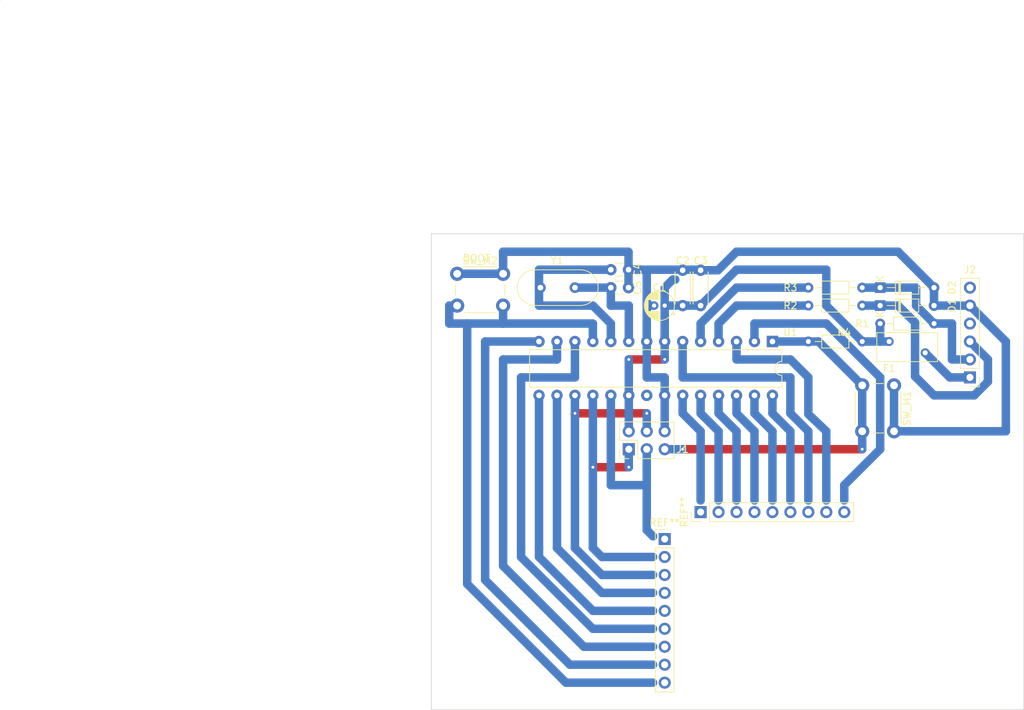
<source format=kicad_pcb>
(kicad_pcb (version 20171130) (host pcbnew 5.1.6)

  (general
    (thickness 1.6)
    (drawings 5)
    (tracks 185)
    (zones 0)
    (modules 20)
    (nets 32)
  )

  (page USLegal)
  (title_block
    (date 2020-06-01)
  )

  (layers
    (0 F.Cu signal)
    (31 B.Cu signal)
    (32 B.Adhes user)
    (33 F.Adhes user)
    (34 B.Paste user)
    (35 F.Paste user)
    (36 B.SilkS user)
    (37 F.SilkS user)
    (38 B.Mask user)
    (39 F.Mask user)
    (40 Dwgs.User user)
    (41 Cmts.User user)
    (42 Eco1.User user)
    (43 Eco2.User user)
    (44 Edge.Cuts user)
    (45 Margin user)
    (46 B.CrtYd user)
    (47 F.CrtYd user)
    (48 B.Fab user)
    (49 F.Fab user)
  )

  (setup
    (last_trace_width 1.2)
    (trace_clearance 0.2)
    (zone_clearance 0.508)
    (zone_45_only no)
    (trace_min 0.2)
    (via_size 0.8)
    (via_drill 0.4)
    (via_min_size 0.4)
    (via_min_drill 0.3)
    (uvia_size 0.3)
    (uvia_drill 0.1)
    (uvias_allowed no)
    (uvia_min_size 0.2)
    (uvia_min_drill 0.1)
    (edge_width 0.05)
    (segment_width 0.2)
    (pcb_text_width 0.3)
    (pcb_text_size 1.5 1.5)
    (mod_edge_width 0.12)
    (mod_text_size 1 1)
    (mod_text_width 0.15)
    (pad_size 1.524 1.524)
    (pad_drill 0.762)
    (pad_to_mask_clearance 0.05)
    (aux_axis_origin 0 0)
    (visible_elements FFFFFF7F)
    (pcbplotparams
      (layerselection 0x010fc_ffffffff)
      (usegerberextensions false)
      (usegerberattributes true)
      (usegerberadvancedattributes true)
      (creategerberjobfile true)
      (excludeedgelayer true)
      (linewidth 0.100000)
      (plotframeref false)
      (viasonmask false)
      (mode 1)
      (useauxorigin false)
      (hpglpennumber 1)
      (hpglpenspeed 20)
      (hpglpendiameter 15.000000)
      (psnegative false)
      (psa4output false)
      (plotreference true)
      (plotvalue true)
      (plotinvisibletext false)
      (padsonsilk false)
      (subtractmaskfromsilk false)
      (outputformat 1)
      (mirror false)
      (drillshape 1)
      (scaleselection 1)
      (outputdirectory ""))
  )

  (net 0 "")
  (net 1 +5V)
  (net 2 GND)
  (net 3 "Net-(C4-Pad1)")
  (net 4 "Net-(C5-Pad1)")
  (net 5 "Net-(D1-Pad1)")
  (net 6 "Net-(D2-Pad1)")
  (net 7 /ROW0)
  (net 8 /ROW1)
  (net 9 /ROW2)
  (net 10 /ROW3)
  (net 11 /ROW4)
  (net 12 "Net-(F1-Pad2)")
  (net 13 /RESET)
  (net 14 /USB_D+)
  (net 15 /USB_D-)
  (net 16 /COL0)
  (net 17 /COL1)
  (net 18 /COL2)
  (net 19 /COL3)
  (net 20 /COL4)
  (net 21 /COL5)
  (net 22 /COL6)
  (net 23 /COL7)
  (net 24 /COL8)
  (net 25 /COL9)
  (net 26 /COL10)
  (net 27 /COL11)
  (net 28 /COL12)
  (net 29 "Net-(J2-Pad4)")
  (net 30 "Net-(J2-Pad6)")
  (net 31 "Net-(U1-Pad21)")

  (net_class Default "This is the default net class."
    (clearance 0.2)
    (trace_width 1.2)
    (via_dia 0.8)
    (via_drill 0.4)
    (uvia_dia 0.3)
    (uvia_drill 0.1)
    (add_net +5V)
    (add_net /COL0)
    (add_net /COL1)
    (add_net /COL10)
    (add_net /COL11)
    (add_net /COL12)
    (add_net /COL2)
    (add_net /COL3)
    (add_net /COL4)
    (add_net /COL5)
    (add_net /COL6)
    (add_net /COL7)
    (add_net /COL8)
    (add_net /COL9)
    (add_net /RESET)
    (add_net /ROW0)
    (add_net /ROW1)
    (add_net /ROW2)
    (add_net /ROW3)
    (add_net /ROW4)
    (add_net /USB_D+)
    (add_net /USB_D-)
    (add_net GND)
    (add_net "Net-(C4-Pad1)")
    (add_net "Net-(C5-Pad1)")
    (add_net "Net-(D1-Pad1)")
    (add_net "Net-(D2-Pad1)")
    (add_net "Net-(F1-Pad2)")
    (add_net "Net-(J2-Pad4)")
    (add_net "Net-(J2-Pad6)")
    (add_net "Net-(U1-Pad21)")
  )

  (module Connector_PinHeader_2.54mm:PinHeader_1x09_P2.54mm_Vertical (layer F.Cu) (tedit 59FED5CC) (tstamp 5ED5DFBC)
    (at 106.68 88.9)
    (descr "Through hole straight pin header, 1x09, 2.54mm pitch, single row")
    (tags "Through hole pin header THT 1x09 2.54mm single row")
    (fp_text reference REF** (at 0 -2.33) (layer F.SilkS)
      (effects (font (size 1 1) (thickness 0.15)))
    )
    (fp_text value PinHeader_1x09_P2.54mm_Vertical (at 0 22.65) (layer F.Fab)
      (effects (font (size 1 1) (thickness 0.15)))
    )
    (fp_line (start 1.8 -1.8) (end -1.8 -1.8) (layer F.CrtYd) (width 0.05))
    (fp_line (start 1.8 22.1) (end 1.8 -1.8) (layer F.CrtYd) (width 0.05))
    (fp_line (start -1.8 22.1) (end 1.8 22.1) (layer F.CrtYd) (width 0.05))
    (fp_line (start -1.8 -1.8) (end -1.8 22.1) (layer F.CrtYd) (width 0.05))
    (fp_line (start -1.33 -1.33) (end 0 -1.33) (layer F.SilkS) (width 0.12))
    (fp_line (start -1.33 0) (end -1.33 -1.33) (layer F.SilkS) (width 0.12))
    (fp_line (start -1.33 1.27) (end 1.33 1.27) (layer F.SilkS) (width 0.12))
    (fp_line (start 1.33 1.27) (end 1.33 21.65) (layer F.SilkS) (width 0.12))
    (fp_line (start -1.33 1.27) (end -1.33 21.65) (layer F.SilkS) (width 0.12))
    (fp_line (start -1.33 21.65) (end 1.33 21.65) (layer F.SilkS) (width 0.12))
    (fp_line (start -1.27 -0.635) (end -0.635 -1.27) (layer F.Fab) (width 0.1))
    (fp_line (start -1.27 21.59) (end -1.27 -0.635) (layer F.Fab) (width 0.1))
    (fp_line (start 1.27 21.59) (end -1.27 21.59) (layer F.Fab) (width 0.1))
    (fp_line (start 1.27 -1.27) (end 1.27 21.59) (layer F.Fab) (width 0.1))
    (fp_line (start -0.635 -1.27) (end 1.27 -1.27) (layer F.Fab) (width 0.1))
    (fp_text user %R (at 0 10.16 90) (layer F.Fab)
      (effects (font (size 1 1) (thickness 0.15)))
    )
    (pad 1 thru_hole rect (at 0 0) (size 1.7 1.7) (drill 1) (layers *.Cu *.Mask))
    (pad 2 thru_hole oval (at 0 2.54) (size 1.7 1.7) (drill 1) (layers *.Cu *.Mask))
    (pad 3 thru_hole oval (at 0 5.08) (size 1.7 1.7) (drill 1) (layers *.Cu *.Mask))
    (pad 4 thru_hole oval (at 0 7.62) (size 1.7 1.7) (drill 1) (layers *.Cu *.Mask))
    (pad 5 thru_hole oval (at 0 10.16) (size 1.7 1.7) (drill 1) (layers *.Cu *.Mask))
    (pad 6 thru_hole oval (at 0 12.7) (size 1.7 1.7) (drill 1) (layers *.Cu *.Mask))
    (pad 7 thru_hole oval (at 0 15.24) (size 1.7 1.7) (drill 1) (layers *.Cu *.Mask))
    (pad 8 thru_hole oval (at 0 17.78) (size 1.7 1.7) (drill 1) (layers *.Cu *.Mask))
    (pad 9 thru_hole oval (at 0 20.32) (size 1.7 1.7) (drill 1) (layers *.Cu *.Mask))
    (model ${KISYS3DMOD}/Connector_PinHeader_2.54mm.3dshapes/PinHeader_1x09_P2.54mm_Vertical.wrl
      (at (xyz 0 0 0))
      (scale (xyz 1 1 1))
      (rotate (xyz 0 0 0))
    )
  )

  (module Connector_PinHeader_2.54mm:PinHeader_1x09_P2.54mm_Vertical (layer F.Cu) (tedit 59FED5CC) (tstamp 5ED5DFB8)
    (at 111.76 85.09 90)
    (descr "Through hole straight pin header, 1x09, 2.54mm pitch, single row")
    (tags "Through hole pin header THT 1x09 2.54mm single row")
    (fp_text reference REF** (at 0 -2.33 90) (layer F.SilkS)
      (effects (font (size 1 1) (thickness 0.15)))
    )
    (fp_text value PinHeader_1x09_P2.54mm_Vertical (at 0 22.65 90) (layer F.Fab)
      (effects (font (size 1 1) (thickness 0.15)))
    )
    (fp_text user %R (at 0 10.16) (layer F.Fab)
      (effects (font (size 1 1) (thickness 0.15)))
    )
    (fp_line (start -0.635 -1.27) (end 1.27 -1.27) (layer F.Fab) (width 0.1))
    (fp_line (start 1.27 -1.27) (end 1.27 21.59) (layer F.Fab) (width 0.1))
    (fp_line (start 1.27 21.59) (end -1.27 21.59) (layer F.Fab) (width 0.1))
    (fp_line (start -1.27 21.59) (end -1.27 -0.635) (layer F.Fab) (width 0.1))
    (fp_line (start -1.27 -0.635) (end -0.635 -1.27) (layer F.Fab) (width 0.1))
    (fp_line (start -1.33 21.65) (end 1.33 21.65) (layer F.SilkS) (width 0.12))
    (fp_line (start -1.33 1.27) (end -1.33 21.65) (layer F.SilkS) (width 0.12))
    (fp_line (start 1.33 1.27) (end 1.33 21.65) (layer F.SilkS) (width 0.12))
    (fp_line (start -1.33 1.27) (end 1.33 1.27) (layer F.SilkS) (width 0.12))
    (fp_line (start -1.33 0) (end -1.33 -1.33) (layer F.SilkS) (width 0.12))
    (fp_line (start -1.33 -1.33) (end 0 -1.33) (layer F.SilkS) (width 0.12))
    (fp_line (start -1.8 -1.8) (end -1.8 22.1) (layer F.CrtYd) (width 0.05))
    (fp_line (start -1.8 22.1) (end 1.8 22.1) (layer F.CrtYd) (width 0.05))
    (fp_line (start 1.8 22.1) (end 1.8 -1.8) (layer F.CrtYd) (width 0.05))
    (fp_line (start 1.8 -1.8) (end -1.8 -1.8) (layer F.CrtYd) (width 0.05))
    (pad 9 thru_hole oval (at 0 20.32 90) (size 1.7 1.7) (drill 1) (layers *.Cu *.Mask))
    (pad 8 thru_hole oval (at 0 17.78 90) (size 1.7 1.7) (drill 1) (layers *.Cu *.Mask))
    (pad 7 thru_hole oval (at 0 15.24 90) (size 1.7 1.7) (drill 1) (layers *.Cu *.Mask))
    (pad 6 thru_hole oval (at 0 12.7 90) (size 1.7 1.7) (drill 1) (layers *.Cu *.Mask))
    (pad 5 thru_hole oval (at 0 10.16 90) (size 1.7 1.7) (drill 1) (layers *.Cu *.Mask))
    (pad 4 thru_hole oval (at 0 7.62 90) (size 1.7 1.7) (drill 1) (layers *.Cu *.Mask))
    (pad 3 thru_hole oval (at 0 5.08 90) (size 1.7 1.7) (drill 1) (layers *.Cu *.Mask))
    (pad 2 thru_hole oval (at 0 2.54 90) (size 1.7 1.7) (drill 1) (layers *.Cu *.Mask))
    (pad 1 thru_hole rect (at 0 0 90) (size 1.7 1.7) (drill 1) (layers *.Cu *.Mask))
    (model ${KISYS3DMOD}/Connector_PinHeader_2.54mm.3dshapes/PinHeader_1x09_P2.54mm_Vertical.wrl
      (at (xyz 0 0 0))
      (scale (xyz 1 1 1))
      (rotate (xyz 0 0 0))
    )
  )

  (module Package_DIP:DIP-28_W7.62mm (layer F.Cu) (tedit 5A02E8C5) (tstamp 5ED5147E)
    (at 121.92 60.96 270)
    (descr "28-lead though-hole mounted DIP package, row spacing 7.62 mm (300 mils)")
    (tags "THT DIP DIL PDIP 2.54mm 7.62mm 300mil")
    (path /5ED14497)
    (fp_text reference U1 (at -1.27 -2.54 180) (layer F.SilkS)
      (effects (font (size 1 1) (thickness 0.15)))
    )
    (fp_text value ATmega328-PU (at 5.08 7.62 180) (layer F.Fab)
      (effects (font (size 1 1) (thickness 0.15)))
    )
    (fp_line (start 8.7 -1.55) (end -1.1 -1.55) (layer F.CrtYd) (width 0.05))
    (fp_line (start 8.7 34.55) (end 8.7 -1.55) (layer F.CrtYd) (width 0.05))
    (fp_line (start -1.1 34.55) (end 8.7 34.55) (layer F.CrtYd) (width 0.05))
    (fp_line (start -1.1 -1.55) (end -1.1 34.55) (layer F.CrtYd) (width 0.05))
    (fp_line (start 6.46 -1.33) (end 4.81 -1.33) (layer F.SilkS) (width 0.12))
    (fp_line (start 6.46 34.35) (end 6.46 -1.33) (layer F.SilkS) (width 0.12))
    (fp_line (start 1.16 34.35) (end 6.46 34.35) (layer F.SilkS) (width 0.12))
    (fp_line (start 1.16 -1.33) (end 1.16 34.35) (layer F.SilkS) (width 0.12))
    (fp_line (start 2.81 -1.33) (end 1.16 -1.33) (layer F.SilkS) (width 0.12))
    (fp_line (start 0.635 -0.27) (end 1.635 -1.27) (layer F.Fab) (width 0.1))
    (fp_line (start 0.635 34.29) (end 0.635 -0.27) (layer F.Fab) (width 0.1))
    (fp_line (start 6.985 34.29) (end 0.635 34.29) (layer F.Fab) (width 0.1))
    (fp_line (start 6.985 -1.27) (end 6.985 34.29) (layer F.Fab) (width 0.1))
    (fp_line (start 1.635 -1.27) (end 6.985 -1.27) (layer F.Fab) (width 0.1))
    (fp_arc (start 3.81 -1.33) (end 2.81 -1.33) (angle -180) (layer F.SilkS) (width 0.12))
    (fp_text user %R (at 1.27 -2.54 180) (layer F.Fab)
      (effects (font (size 1 1) (thickness 0.15)))
    )
    (pad 1 thru_hole rect (at 0 0 270) (size 1.6 1.6) (drill 0.8) (layers *.Cu *.Mask)
      (net 13 /RESET))
    (pad 15 thru_hole oval (at 7.62 33.02 270) (size 1.6 1.6) (drill 0.8) (layers *.Cu *.Mask)
      (net 20 /COL4))
    (pad 2 thru_hole oval (at 0 2.54 270) (size 1.6 1.6) (drill 0.8) (layers *.Cu *.Mask)
      (net 27 /COL11))
    (pad 16 thru_hole oval (at 7.62 30.48 270) (size 1.6 1.6) (drill 0.8) (layers *.Cu *.Mask)
      (net 21 /COL5))
    (pad 3 thru_hole oval (at 0 5.08 270) (size 1.6 1.6) (drill 0.8) (layers *.Cu *.Mask)
      (net 26 /COL10))
    (pad 17 thru_hole oval (at 7.62 27.94 270) (size 1.6 1.6) (drill 0.8) (layers *.Cu *.Mask)
      (net 9 /ROW2))
    (pad 4 thru_hole oval (at 0 7.62 270) (size 1.6 1.6) (drill 0.8) (layers *.Cu *.Mask)
      (net 14 /USB_D+))
    (pad 18 thru_hole oval (at 7.62 25.4 270) (size 1.6 1.6) (drill 0.8) (layers *.Cu *.Mask)
      (net 7 /ROW0))
    (pad 5 thru_hole oval (at 0 10.16 270) (size 1.6 1.6) (drill 0.8) (layers *.Cu *.Mask)
      (net 15 /USB_D-))
    (pad 19 thru_hole oval (at 7.62 22.86 270) (size 1.6 1.6) (drill 0.8) (layers *.Cu *.Mask)
      (net 8 /ROW1))
    (pad 6 thru_hole oval (at 0 12.7 270) (size 1.6 1.6) (drill 0.8) (layers *.Cu *.Mask)
      (net 19 /COL3))
    (pad 20 thru_hole oval (at 7.62 20.32 270) (size 1.6 1.6) (drill 0.8) (layers *.Cu *.Mask)
      (net 1 +5V))
    (pad 7 thru_hole oval (at 0 15.24 270) (size 1.6 1.6) (drill 0.8) (layers *.Cu *.Mask)
      (net 1 +5V))
    (pad 21 thru_hole oval (at 7.62 17.78 270) (size 1.6 1.6) (drill 0.8) (layers *.Cu *.Mask)
      (net 31 "Net-(U1-Pad21)"))
    (pad 8 thru_hole oval (at 0 17.78 270) (size 1.6 1.6) (drill 0.8) (layers *.Cu *.Mask)
      (net 2 GND))
    (pad 22 thru_hole oval (at 7.62 15.24 270) (size 1.6 1.6) (drill 0.8) (layers *.Cu *.Mask)
      (net 2 GND))
    (pad 9 thru_hole oval (at 0 20.32 270) (size 1.6 1.6) (drill 0.8) (layers *.Cu *.Mask)
      (net 4 "Net-(C5-Pad1)"))
    (pad 23 thru_hole oval (at 7.62 12.7 270) (size 1.6 1.6) (drill 0.8) (layers *.Cu *.Mask)
      (net 11 /ROW4))
    (pad 10 thru_hole oval (at 0 22.86 270) (size 1.6 1.6) (drill 0.8) (layers *.Cu *.Mask)
      (net 3 "Net-(C4-Pad1)"))
    (pad 24 thru_hole oval (at 7.62 10.16 270) (size 1.6 1.6) (drill 0.8) (layers *.Cu *.Mask)
      (net 22 /COL6))
    (pad 11 thru_hole oval (at 0 25.4 270) (size 1.6 1.6) (drill 0.8) (layers *.Cu *.Mask)
      (net 18 /COL2))
    (pad 25 thru_hole oval (at 7.62 7.62 270) (size 1.6 1.6) (drill 0.8) (layers *.Cu *.Mask)
      (net 23 /COL7))
    (pad 12 thru_hole oval (at 0 27.94 270) (size 1.6 1.6) (drill 0.8) (layers *.Cu *.Mask)
      (net 17 /COL1))
    (pad 26 thru_hole oval (at 7.62 5.08 270) (size 1.6 1.6) (drill 0.8) (layers *.Cu *.Mask)
      (net 24 /COL8))
    (pad 13 thru_hole oval (at 0 30.48 270) (size 1.6 1.6) (drill 0.8) (layers *.Cu *.Mask)
      (net 16 /COL0))
    (pad 27 thru_hole oval (at 7.62 2.54 270) (size 1.6 1.6) (drill 0.8) (layers *.Cu *.Mask)
      (net 28 /COL12))
    (pad 14 thru_hole oval (at 0 33.02 270) (size 1.6 1.6) (drill 0.8) (layers *.Cu *.Mask)
      (net 10 /ROW3))
    (pad 28 thru_hole oval (at 7.62 0 270) (size 1.6 1.6) (drill 0.8) (layers *.Cu *.Mask)
      (net 25 /COL9))
    (model ${KISYS3DMOD}/Package_DIP.3dshapes/DIP-28_W7.62mm.wrl
      (at (xyz 0 0 0))
      (scale (xyz 1 1 1))
      (rotate (xyz 0 0 0))
    )
  )

  (module Button_Switch_THT:SW_PUSH_6mm (layer F.Cu) (tedit 5A02FE31) (tstamp 5ED579F3)
    (at 134.62 73.66 90)
    (descr https://www.omron.com/ecb/products/pdf/en-b3f.pdf)
    (tags "tact sw push 6mm")
    (path /5ED7F9B2)
    (fp_text reference SW_M1 (at 3.25 6.35 90) (layer F.SilkS)
      (effects (font (size 1 1) (thickness 0.15)))
    )
    (fp_text value RESET (at 3.75 6.7 90) (layer F.Fab)
      (effects (font (size 1 1) (thickness 0.15)))
    )
    (fp_line (start 3.25 -0.75) (end 6.25 -0.75) (layer F.Fab) (width 0.1))
    (fp_line (start 6.25 -0.75) (end 6.25 5.25) (layer F.Fab) (width 0.1))
    (fp_line (start 6.25 5.25) (end 0.25 5.25) (layer F.Fab) (width 0.1))
    (fp_line (start 0.25 5.25) (end 0.25 -0.75) (layer F.Fab) (width 0.1))
    (fp_line (start 0.25 -0.75) (end 3.25 -0.75) (layer F.Fab) (width 0.1))
    (fp_line (start 7.75 6) (end 8 6) (layer F.CrtYd) (width 0.05))
    (fp_line (start 8 6) (end 8 5.75) (layer F.CrtYd) (width 0.05))
    (fp_line (start 7.75 -1.5) (end 8 -1.5) (layer F.CrtYd) (width 0.05))
    (fp_line (start 8 -1.5) (end 8 -1.25) (layer F.CrtYd) (width 0.05))
    (fp_line (start -1.5 -1.25) (end -1.5 -1.5) (layer F.CrtYd) (width 0.05))
    (fp_line (start -1.5 -1.5) (end -1.25 -1.5) (layer F.CrtYd) (width 0.05))
    (fp_line (start -1.5 5.75) (end -1.5 6) (layer F.CrtYd) (width 0.05))
    (fp_line (start -1.5 6) (end -1.25 6) (layer F.CrtYd) (width 0.05))
    (fp_line (start -1.25 -1.5) (end 7.75 -1.5) (layer F.CrtYd) (width 0.05))
    (fp_line (start -1.5 5.75) (end -1.5 -1.25) (layer F.CrtYd) (width 0.05))
    (fp_line (start 7.75 6) (end -1.25 6) (layer F.CrtYd) (width 0.05))
    (fp_line (start 8 -1.25) (end 8 5.75) (layer F.CrtYd) (width 0.05))
    (fp_line (start 1 5.5) (end 5.5 5.5) (layer F.SilkS) (width 0.12))
    (fp_line (start -0.25 1.5) (end -0.25 3) (layer F.SilkS) (width 0.12))
    (fp_line (start 5.5 -1) (end 1 -1) (layer F.SilkS) (width 0.12))
    (fp_line (start 6.75 3) (end 6.75 1.5) (layer F.SilkS) (width 0.12))
    (fp_circle (center 3.25 2.25) (end 1.25 2.5) (layer F.Fab) (width 0.1))
    (fp_text user %R (at 3.25 2.25 90) (layer F.Fab)
      (effects (font (size 1 1) (thickness 0.15)))
    )
    (pad 1 thru_hole circle (at 6.5 0 180) (size 2 2) (drill 1.1) (layers *.Cu *.Mask)
      (net 13 /RESET))
    (pad 2 thru_hole circle (at 6.5 4.5 180) (size 2 2) (drill 1.1) (layers *.Cu *.Mask)
      (net 2 GND))
    (pad 1 thru_hole circle (at 0 0 180) (size 2 2) (drill 1.1) (layers *.Cu *.Mask)
      (net 13 /RESET))
    (pad 2 thru_hole circle (at 0 4.5 180) (size 2 2) (drill 1.1) (layers *.Cu *.Mask)
      (net 2 GND))
    (model ${KISYS3DMOD}/Button_Switch_THT.3dshapes/SW_PUSH_6mm.wrl
      (at (xyz 0 0 0))
      (scale (xyz 1 1 1))
      (rotate (xyz 0 0 0))
    )
  )

  (module Diode_THT:D_DO-34_SOD68_P7.62mm_Horizontal (layer F.Cu) (tedit 5AE50CD5) (tstamp 5ED5155D)
    (at 137.16 53.34)
    (descr "Diode, DO-34_SOD68 series, Axial, Horizontal, pin pitch=7.62mm, , length*diameter=3.04*1.6mm^2, , https://www.nxp.com/docs/en/data-sheet/KTY83_SER.pdf")
    (tags "Diode DO-34_SOD68 series Axial Horizontal pin pitch 7.62mm  length 3.04mm diameter 1.6mm")
    (path /5ED27DB5)
    (fp_text reference D2 (at 10.16 0 270) (layer F.SilkS)
      (effects (font (size 1 1) (thickness 0.15)))
    )
    (fp_text value 3.6V (at 10.16 -1.27 270) (layer F.Fab)
      (effects (font (size 1 1) (thickness 0.15)))
    )
    (fp_line (start 8.63 -1.05) (end -1 -1.05) (layer F.CrtYd) (width 0.05))
    (fp_line (start 8.63 1.05) (end 8.63 -1.05) (layer F.CrtYd) (width 0.05))
    (fp_line (start -1 1.05) (end 8.63 1.05) (layer F.CrtYd) (width 0.05))
    (fp_line (start -1 -1.05) (end -1 1.05) (layer F.CrtYd) (width 0.05))
    (fp_line (start 2.626 -0.92) (end 2.626 0.92) (layer F.SilkS) (width 0.12))
    (fp_line (start 2.866 -0.92) (end 2.866 0.92) (layer F.SilkS) (width 0.12))
    (fp_line (start 2.746 -0.92) (end 2.746 0.92) (layer F.SilkS) (width 0.12))
    (fp_line (start 6.63 0) (end 5.45 0) (layer F.SilkS) (width 0.12))
    (fp_line (start 0.99 0) (end 2.17 0) (layer F.SilkS) (width 0.12))
    (fp_line (start 5.45 -0.92) (end 2.17 -0.92) (layer F.SilkS) (width 0.12))
    (fp_line (start 5.45 0.92) (end 5.45 -0.92) (layer F.SilkS) (width 0.12))
    (fp_line (start 2.17 0.92) (end 5.45 0.92) (layer F.SilkS) (width 0.12))
    (fp_line (start 2.17 -0.92) (end 2.17 0.92) (layer F.SilkS) (width 0.12))
    (fp_line (start 2.646 -0.8) (end 2.646 0.8) (layer F.Fab) (width 0.1))
    (fp_line (start 2.846 -0.8) (end 2.846 0.8) (layer F.Fab) (width 0.1))
    (fp_line (start 2.746 -0.8) (end 2.746 0.8) (layer F.Fab) (width 0.1))
    (fp_line (start 7.62 0) (end 5.33 0) (layer F.Fab) (width 0.1))
    (fp_line (start 0 0) (end 2.29 0) (layer F.Fab) (width 0.1))
    (fp_line (start 5.33 -0.8) (end 2.29 -0.8) (layer F.Fab) (width 0.1))
    (fp_line (start 5.33 0.8) (end 5.33 -0.8) (layer F.Fab) (width 0.1))
    (fp_line (start 2.29 0.8) (end 5.33 0.8) (layer F.Fab) (width 0.1))
    (fp_line (start 2.29 -0.8) (end 2.29 0.8) (layer F.Fab) (width 0.1))
    (fp_text user K (at 0 -1.27 270) (layer F.SilkS)
      (effects (font (size 1 1) (thickness 0.15)))
    )
    (fp_text user K (at -1.27 -1.75 90) (layer F.Fab)
      (effects (font (size 1 1) (thickness 0.15)))
    )
    (fp_text user %R (at 4.038 0) (layer F.Fab)
      (effects (font (size 0.608 0.608) (thickness 0.0912)))
    )
    (pad 2 thru_hole oval (at 7.62 0) (size 1.5 1.5) (drill 0.75) (layers *.Cu *.Mask)
      (net 2 GND))
    (pad 1 thru_hole rect (at 0 0) (size 1.5 1.5) (drill 0.75) (layers *.Cu *.Mask)
      (net 6 "Net-(D2-Pad1)"))
    (model ${KISYS3DMOD}/Diode_THT.3dshapes/D_DO-34_SOD68_P7.62mm_Horizontal.wrl
      (at (xyz 0 0 0))
      (scale (xyz 1 1 1))
      (rotate (xyz 0 0 0))
    )
  )

  (module Resistor_THT:R_Axial_DIN0204_L3.6mm_D1.6mm_P7.62mm_Horizontal (layer F.Cu) (tedit 5AE5139B) (tstamp 5ED51B55)
    (at 134.62 60.96 180)
    (descr "Resistor, Axial_DIN0204 series, Axial, Horizontal, pin pitch=7.62mm, 0.167W, length*diameter=3.6*1.6mm^2, http://cdn-reichelt.de/documents/datenblatt/B400/1_4W%23YAG.pdf")
    (tags "Resistor Axial_DIN0204 series Axial Horizontal pin pitch 7.62mm 0.167W length 3.6mm diameter 1.6mm")
    (path /5ED7F134)
    (fp_text reference R4 (at 2.54 1.27) (layer F.SilkS)
      (effects (font (size 1 1) (thickness 0.15)))
    )
    (fp_text value 10k (at 3.81 1.92) (layer F.Fab)
      (effects (font (size 1 1) (thickness 0.15)))
    )
    (fp_line (start 8.57 -1.05) (end -0.95 -1.05) (layer F.CrtYd) (width 0.05))
    (fp_line (start 8.57 1.05) (end 8.57 -1.05) (layer F.CrtYd) (width 0.05))
    (fp_line (start -0.95 1.05) (end 8.57 1.05) (layer F.CrtYd) (width 0.05))
    (fp_line (start -0.95 -1.05) (end -0.95 1.05) (layer F.CrtYd) (width 0.05))
    (fp_line (start 6.68 0) (end 5.73 0) (layer F.SilkS) (width 0.12))
    (fp_line (start 0.94 0) (end 1.89 0) (layer F.SilkS) (width 0.12))
    (fp_line (start 5.73 -0.92) (end 1.89 -0.92) (layer F.SilkS) (width 0.12))
    (fp_line (start 5.73 0.92) (end 5.73 -0.92) (layer F.SilkS) (width 0.12))
    (fp_line (start 1.89 0.92) (end 5.73 0.92) (layer F.SilkS) (width 0.12))
    (fp_line (start 1.89 -0.92) (end 1.89 0.92) (layer F.SilkS) (width 0.12))
    (fp_line (start 7.62 0) (end 5.61 0) (layer F.Fab) (width 0.1))
    (fp_line (start 0 0) (end 2.01 0) (layer F.Fab) (width 0.1))
    (fp_line (start 5.61 -0.8) (end 2.01 -0.8) (layer F.Fab) (width 0.1))
    (fp_line (start 5.61 0.8) (end 5.61 -0.8) (layer F.Fab) (width 0.1))
    (fp_line (start 2.01 0.8) (end 5.61 0.8) (layer F.Fab) (width 0.1))
    (fp_line (start 2.01 -0.8) (end 2.01 0.8) (layer F.Fab) (width 0.1))
    (fp_text user %R (at 3.81 0) (layer F.Fab)
      (effects (font (size 0.72 0.72) (thickness 0.108)))
    )
    (pad 2 thru_hole oval (at 7.62 0 180) (size 1.4 1.4) (drill 0.7) (layers *.Cu *.Mask)
      (net 13 /RESET))
    (pad 1 thru_hole circle (at 0 0 180) (size 1.4 1.4) (drill 0.7) (layers *.Cu *.Mask)
      (net 1 +5V))
    (model ${KISYS3DMOD}/Resistor_THT.3dshapes/R_Axial_DIN0204_L3.6mm_D1.6mm_P7.62mm_Horizontal.wrl
      (at (xyz 0 0 0))
      (scale (xyz 1 1 1))
      (rotate (xyz 0 0 0))
    )
  )

  (module Resistor_THT:R_Axial_DIN0204_L3.6mm_D1.6mm_P7.62mm_Horizontal (layer F.Cu) (tedit 5AE5139B) (tstamp 5ED555D8)
    (at 127 53.34)
    (descr "Resistor, Axial_DIN0204 series, Axial, Horizontal, pin pitch=7.62mm, 0.167W, length*diameter=3.6*1.6mm^2, http://cdn-reichelt.de/documents/datenblatt/B400/1_4W%23YAG.pdf")
    (tags "Resistor Axial_DIN0204 series Axial Horizontal pin pitch 7.62mm 0.167W length 3.6mm diameter 1.6mm")
    (path /5ED28B49)
    (fp_text reference R3 (at -2.54 0) (layer F.SilkS)
      (effects (font (size 1 1) (thickness 0.15)))
    )
    (fp_text value 75R (at 5.08 -2.54) (layer F.Fab)
      (effects (font (size 1 1) (thickness 0.15)))
    )
    (fp_line (start 8.57 -1.05) (end -0.95 -1.05) (layer F.CrtYd) (width 0.05))
    (fp_line (start 8.57 1.05) (end 8.57 -1.05) (layer F.CrtYd) (width 0.05))
    (fp_line (start -0.95 1.05) (end 8.57 1.05) (layer F.CrtYd) (width 0.05))
    (fp_line (start -0.95 -1.05) (end -0.95 1.05) (layer F.CrtYd) (width 0.05))
    (fp_line (start 6.68 0) (end 5.73 0) (layer F.SilkS) (width 0.12))
    (fp_line (start 0.94 0) (end 1.89 0) (layer F.SilkS) (width 0.12))
    (fp_line (start 5.73 -0.92) (end 1.89 -0.92) (layer F.SilkS) (width 0.12))
    (fp_line (start 5.73 0.92) (end 5.73 -0.92) (layer F.SilkS) (width 0.12))
    (fp_line (start 1.89 0.92) (end 5.73 0.92) (layer F.SilkS) (width 0.12))
    (fp_line (start 1.89 -0.92) (end 1.89 0.92) (layer F.SilkS) (width 0.12))
    (fp_line (start 7.62 0) (end 5.61 0) (layer F.Fab) (width 0.1))
    (fp_line (start 0 0) (end 2.01 0) (layer F.Fab) (width 0.1))
    (fp_line (start 5.61 -0.8) (end 2.01 -0.8) (layer F.Fab) (width 0.1))
    (fp_line (start 5.61 0.8) (end 5.61 -0.8) (layer F.Fab) (width 0.1))
    (fp_line (start 2.01 0.8) (end 5.61 0.8) (layer F.Fab) (width 0.1))
    (fp_line (start 2.01 -0.8) (end 2.01 0.8) (layer F.Fab) (width 0.1))
    (fp_text user %R (at 3.81 0) (layer F.Fab)
      (effects (font (size 0.72 0.72) (thickness 0.108)))
    )
    (pad 2 thru_hole oval (at 7.62 0) (size 1.4 1.4) (drill 0.7) (layers *.Cu *.Mask)
      (net 6 "Net-(D2-Pad1)"))
    (pad 1 thru_hole circle (at 0 0) (size 1.4 1.4) (drill 0.7) (layers *.Cu *.Mask)
      (net 15 /USB_D-))
    (model ${KISYS3DMOD}/Resistor_THT.3dshapes/R_Axial_DIN0204_L3.6mm_D1.6mm_P7.62mm_Horizontal.wrl
      (at (xyz 0 0 0))
      (scale (xyz 1 1 1))
      (rotate (xyz 0 0 0))
    )
  )

  (module Resistor_THT:R_Axial_DIN0204_L3.6mm_D1.6mm_P7.62mm_Horizontal (layer F.Cu) (tedit 5AE5139B) (tstamp 5ED5561A)
    (at 127 55.88)
    (descr "Resistor, Axial_DIN0204 series, Axial, Horizontal, pin pitch=7.62mm, 0.167W, length*diameter=3.6*1.6mm^2, http://cdn-reichelt.de/documents/datenblatt/B400/1_4W%23YAG.pdf")
    (tags "Resistor Axial_DIN0204 series Axial Horizontal pin pitch 7.62mm 0.167W length 3.6mm diameter 1.6mm")
    (path /5ED27BBD)
    (fp_text reference R2 (at -2.54 0) (layer F.SilkS)
      (effects (font (size 1 1) (thickness 0.15)))
    )
    (fp_text value 75R (at 5.08 0) (layer F.Fab)
      (effects (font (size 1 1) (thickness 0.15)))
    )
    (fp_line (start 8.57 -1.05) (end -0.95 -1.05) (layer F.CrtYd) (width 0.05))
    (fp_line (start 8.57 1.05) (end 8.57 -1.05) (layer F.CrtYd) (width 0.05))
    (fp_line (start -0.95 1.05) (end 8.57 1.05) (layer F.CrtYd) (width 0.05))
    (fp_line (start -0.95 -1.05) (end -0.95 1.05) (layer F.CrtYd) (width 0.05))
    (fp_line (start 6.68 0) (end 5.73 0) (layer F.SilkS) (width 0.12))
    (fp_line (start 0.94 0) (end 1.89 0) (layer F.SilkS) (width 0.12))
    (fp_line (start 5.73 -0.92) (end 1.89 -0.92) (layer F.SilkS) (width 0.12))
    (fp_line (start 5.73 0.92) (end 5.73 -0.92) (layer F.SilkS) (width 0.12))
    (fp_line (start 1.89 0.92) (end 5.73 0.92) (layer F.SilkS) (width 0.12))
    (fp_line (start 1.89 -0.92) (end 1.89 0.92) (layer F.SilkS) (width 0.12))
    (fp_line (start 7.62 0) (end 5.61 0) (layer F.Fab) (width 0.1))
    (fp_line (start 0 0) (end 2.01 0) (layer F.Fab) (width 0.1))
    (fp_line (start 5.61 -0.8) (end 2.01 -0.8) (layer F.Fab) (width 0.1))
    (fp_line (start 5.61 0.8) (end 5.61 -0.8) (layer F.Fab) (width 0.1))
    (fp_line (start 2.01 0.8) (end 5.61 0.8) (layer F.Fab) (width 0.1))
    (fp_line (start 2.01 -0.8) (end 2.01 0.8) (layer F.Fab) (width 0.1))
    (fp_text user %R (at 3.81 0) (layer F.Fab)
      (effects (font (size 0.72 0.72) (thickness 0.108)))
    )
    (pad 2 thru_hole oval (at 7.62 0) (size 1.4 1.4) (drill 0.7) (layers *.Cu *.Mask)
      (net 5 "Net-(D1-Pad1)"))
    (pad 1 thru_hole circle (at 0 0) (size 1.4 1.4) (drill 0.7) (layers *.Cu *.Mask)
      (net 14 /USB_D+))
    (model ${KISYS3DMOD}/Resistor_THT.3dshapes/R_Axial_DIN0204_L3.6mm_D1.6mm_P7.62mm_Horizontal.wrl
      (at (xyz 0 0 0))
      (scale (xyz 1 1 1))
      (rotate (xyz 0 0 0))
    )
  )

  (module Resistor_THT:R_Axial_DIN0204_L3.6mm_D1.6mm_P7.62mm_Horizontal (layer F.Cu) (tedit 5AE5139B) (tstamp 5ED5565C)
    (at 137.16 58.42)
    (descr "Resistor, Axial_DIN0204 series, Axial, Horizontal, pin pitch=7.62mm, 0.167W, length*diameter=3.6*1.6mm^2, http://cdn-reichelt.de/documents/datenblatt/B400/1_4W%23YAG.pdf")
    (tags "Resistor Axial_DIN0204 series Axial Horizontal pin pitch 7.62mm 0.167W length 3.6mm diameter 1.6mm")
    (path /5ED1DCF2)
    (fp_text reference R1 (at -2.54 0) (layer F.SilkS)
      (effects (font (size 1 1) (thickness 0.15)))
    )
    (fp_text value 1.5k (at 10.16 0) (layer F.Fab)
      (effects (font (size 1 1) (thickness 0.15)))
    )
    (fp_line (start 8.57 -1.05) (end -0.95 -1.05) (layer F.CrtYd) (width 0.05))
    (fp_line (start 8.57 1.05) (end 8.57 -1.05) (layer F.CrtYd) (width 0.05))
    (fp_line (start -0.95 1.05) (end 8.57 1.05) (layer F.CrtYd) (width 0.05))
    (fp_line (start -0.95 -1.05) (end -0.95 1.05) (layer F.CrtYd) (width 0.05))
    (fp_line (start 6.68 0) (end 5.73 0) (layer F.SilkS) (width 0.12))
    (fp_line (start 0.94 0) (end 1.89 0) (layer F.SilkS) (width 0.12))
    (fp_line (start 5.73 -0.92) (end 1.89 -0.92) (layer F.SilkS) (width 0.12))
    (fp_line (start 5.73 0.92) (end 5.73 -0.92) (layer F.SilkS) (width 0.12))
    (fp_line (start 1.89 0.92) (end 5.73 0.92) (layer F.SilkS) (width 0.12))
    (fp_line (start 1.89 -0.92) (end 1.89 0.92) (layer F.SilkS) (width 0.12))
    (fp_line (start 7.62 0) (end 5.61 0) (layer F.Fab) (width 0.1))
    (fp_line (start 0 0) (end 2.01 0) (layer F.Fab) (width 0.1))
    (fp_line (start 5.61 -0.8) (end 2.01 -0.8) (layer F.Fab) (width 0.1))
    (fp_line (start 5.61 0.8) (end 5.61 -0.8) (layer F.Fab) (width 0.1))
    (fp_line (start 2.01 0.8) (end 5.61 0.8) (layer F.Fab) (width 0.1))
    (fp_line (start 2.01 -0.8) (end 2.01 0.8) (layer F.Fab) (width 0.1))
    (fp_text user %R (at 3.81 0) (layer F.Fab)
      (effects (font (size 0.72 0.72) (thickness 0.108)))
    )
    (pad 2 thru_hole oval (at 7.62 0) (size 1.4 1.4) (drill 0.7) (layers *.Cu *.Mask)
      (net 6 "Net-(D2-Pad1)"))
    (pad 1 thru_hole circle (at 0 0) (size 1.4 1.4) (drill 0.7) (layers *.Cu *.Mask)
      (net 1 +5V))
    (model ${KISYS3DMOD}/Resistor_THT.3dshapes/R_Axial_DIN0204_L3.6mm_D1.6mm_P7.62mm_Horizontal.wrl
      (at (xyz 0 0 0))
      (scale (xyz 1 1 1))
      (rotate (xyz 0 0 0))
    )
  )

  (module Fuse:Fuse_BelFuse_0ZRE0005FF_L8.3mm_W3.8mm (layer F.Cu) (tedit 5BAABA15) (tstamp 5ED5569A)
    (at 138.43 60.96)
    (descr "Fuse 0ZRE0005FF, BelFuse, Radial Leaded PTC, https://www.belfuse.com/resources/datasheets/circuitprotection/ds-cp-0zre-series.pdf")
    (tags "0ZRE BelFuse radial PTC")
    (path /5ED275C4)
    (fp_text reference F1 (at 0 3.81) (layer F.SilkS)
      (effects (font (size 1 1) (thickness 0.15)))
    )
    (fp_text value 100mA (at 0 5.08) (layer F.Fab)
      (effects (font (size 1 1) (thickness 0.15)))
    )
    (fp_line (start 6.7 -1.1) (end 6.7 2.7) (layer F.Fab) (width 0.1))
    (fp_line (start -1.6 -1.1) (end -1.6 2.7) (layer F.Fab) (width 0.1))
    (fp_line (start -1.6 2.7) (end 6.7 2.7) (layer F.Fab) (width 0.1))
    (fp_line (start -1.6 -1.1) (end 6.7 -1.1) (layer F.Fab) (width 0.1))
    (fp_line (start -1.85 -1.35) (end 6.95 -1.35) (layer F.CrtYd) (width 0.05))
    (fp_line (start -1.85 -1.35) (end -1.85 2.95) (layer F.CrtYd) (width 0.05))
    (fp_line (start 6.95 -1.35) (end 6.95 2.95) (layer F.CrtYd) (width 0.05))
    (fp_line (start -1.85 2.95) (end 6.95 2.95) (layer F.CrtYd) (width 0.05))
    (fp_line (start -1.75 -1.25) (end 6.85 -1.25) (layer F.SilkS) (width 0.12))
    (fp_line (start -1.75 -1.25) (end -1.75 2.85) (layer F.SilkS) (width 0.12))
    (fp_line (start 6.85 -1.25) (end 6.85 2.85) (layer F.SilkS) (width 0.12))
    (fp_line (start -1.75 2.85) (end 6.85 2.85) (layer F.SilkS) (width 0.12))
    (fp_text user %R (at 0 3.81) (layer F.Fab)
      (effects (font (size 1 1) (thickness 0.15)))
    )
    (pad 1 thru_hole circle (at 0 0) (size 1.27 1.27) (drill 0.71) (layers *.Cu *.Mask)
      (net 1 +5V))
    (pad 2 thru_hole circle (at 5.1 1.6) (size 1.27 1.27) (drill 0.71) (layers *.Cu *.Mask)
      (net 12 "Net-(F1-Pad2)"))
    (model ${KISYS3DMOD}/Fuse.3dshapes/Fuse_BelFuse_0ZRE_0ZRE0005FF_L8.3mm_W3.8mm.wrl
      (at (xyz 0 0 0))
      (scale (xyz 1 1 1))
      (rotate (xyz 0 0 0))
    )
  )

  (module Diode_THT:D_DO-34_SOD68_P7.62mm_Horizontal (layer F.Cu) (tedit 5AE50CD5) (tstamp 5ED518B7)
    (at 137.16 55.88)
    (descr "Diode, DO-34_SOD68 series, Axial, Horizontal, pin pitch=7.62mm, , length*diameter=3.04*1.6mm^2, , https://www.nxp.com/docs/en/data-sheet/KTY83_SER.pdf")
    (tags "Diode DO-34_SOD68 series Axial Horizontal pin pitch 7.62mm  length 3.04mm diameter 1.6mm")
    (path /5ED24F56)
    (fp_text reference D1 (at 10.16 0 270) (layer F.SilkS)
      (effects (font (size 1 1) (thickness 0.15)))
    )
    (fp_text value 3.6V (at 10.16 1.27 270) (layer F.Fab)
      (effects (font (size 1 1) (thickness 0.15)))
    )
    (fp_line (start 8.63 -1.05) (end -1 -1.05) (layer F.CrtYd) (width 0.05))
    (fp_line (start 8.63 1.05) (end 8.63 -1.05) (layer F.CrtYd) (width 0.05))
    (fp_line (start -1 1.05) (end 8.63 1.05) (layer F.CrtYd) (width 0.05))
    (fp_line (start -1 -1.05) (end -1 1.05) (layer F.CrtYd) (width 0.05))
    (fp_line (start 2.626 -0.92) (end 2.626 0.92) (layer F.SilkS) (width 0.12))
    (fp_line (start 2.866 -0.92) (end 2.866 0.92) (layer F.SilkS) (width 0.12))
    (fp_line (start 2.746 -0.92) (end 2.746 0.92) (layer F.SilkS) (width 0.12))
    (fp_line (start 6.63 0) (end 5.45 0) (layer F.SilkS) (width 0.12))
    (fp_line (start 0.99 0) (end 2.17 0) (layer F.SilkS) (width 0.12))
    (fp_line (start 5.45 -0.92) (end 2.17 -0.92) (layer F.SilkS) (width 0.12))
    (fp_line (start 5.45 0.92) (end 5.45 -0.92) (layer F.SilkS) (width 0.12))
    (fp_line (start 2.17 0.92) (end 5.45 0.92) (layer F.SilkS) (width 0.12))
    (fp_line (start 2.17 -0.92) (end 2.17 0.92) (layer F.SilkS) (width 0.12))
    (fp_line (start 2.646 -0.8) (end 2.646 0.8) (layer F.Fab) (width 0.1))
    (fp_line (start 2.846 -0.8) (end 2.846 0.8) (layer F.Fab) (width 0.1))
    (fp_line (start 2.746 -0.8) (end 2.746 0.8) (layer F.Fab) (width 0.1))
    (fp_line (start 7.62 0) (end 5.33 0) (layer F.Fab) (width 0.1))
    (fp_line (start 0 0) (end 2.29 0) (layer F.Fab) (width 0.1))
    (fp_line (start 5.33 -0.8) (end 2.29 -0.8) (layer F.Fab) (width 0.1))
    (fp_line (start 5.33 0.8) (end 5.33 -0.8) (layer F.Fab) (width 0.1))
    (fp_line (start 2.29 0.8) (end 5.33 0.8) (layer F.Fab) (width 0.1))
    (fp_line (start 2.29 -0.8) (end 2.29 0.8) (layer F.Fab) (width 0.1))
    (fp_text user K (at 0 1.27 270) (layer F.SilkS)
      (effects (font (size 1 1) (thickness 0.15)))
    )
    (fp_text user K (at 0 1.27 270) (layer F.Fab)
      (effects (font (size 1 1) (thickness 0.15)))
    )
    (fp_text user %R (at 4.038 0) (layer F.Fab)
      (effects (font (size 0.608 0.608) (thickness 0.0912)))
    )
    (pad 2 thru_hole oval (at 7.62 0) (size 1.5 1.5) (drill 0.75) (layers *.Cu *.Mask)
      (net 2 GND))
    (pad 1 thru_hole rect (at 0 0) (size 1.5 1.5) (drill 0.75) (layers *.Cu *.Mask)
      (net 5 "Net-(D1-Pad1)"))
    (model ${KISYS3DMOD}/Diode_THT.3dshapes/D_DO-34_SOD68_P7.62mm_Horizontal.wrl
      (at (xyz 0 0 0))
      (scale (xyz 1 1 1))
      (rotate (xyz 0 0 0))
    )
  )

  (module Button_Switch_THT:SW_PUSH_6mm (layer F.Cu) (tedit 5A02FE31) (tstamp 5ED55900)
    (at 83.82 55.88 180)
    (descr https://www.omron.com/ecb/products/pdf/en-b3f.pdf)
    (tags "tact sw push 6mm")
    (path /5ED80458)
    (fp_text reference SW_M2 (at 3.25 6.35) (layer F.SilkS)
      (effects (font (size 1 1) (thickness 0.15)))
    )
    (fp_text value BOOT (at 3.75 6.7) (layer F.SilkS)
      (effects (font (size 1 1) (thickness 0.15)))
    )
    (fp_circle (center 3.25 2.25) (end 1.25 2.5) (layer F.Fab) (width 0.1))
    (fp_line (start 6.75 3) (end 6.75 1.5) (layer F.SilkS) (width 0.12))
    (fp_line (start 5.5 -1) (end 1 -1) (layer F.SilkS) (width 0.12))
    (fp_line (start -0.25 1.5) (end -0.25 3) (layer F.SilkS) (width 0.12))
    (fp_line (start 1 5.5) (end 5.5 5.5) (layer F.SilkS) (width 0.12))
    (fp_line (start 8 -1.25) (end 8 5.75) (layer F.CrtYd) (width 0.05))
    (fp_line (start 7.75 6) (end -1.25 6) (layer F.CrtYd) (width 0.05))
    (fp_line (start -1.5 5.75) (end -1.5 -1.25) (layer F.CrtYd) (width 0.05))
    (fp_line (start -1.25 -1.5) (end 7.75 -1.5) (layer F.CrtYd) (width 0.05))
    (fp_line (start -1.5 6) (end -1.25 6) (layer F.CrtYd) (width 0.05))
    (fp_line (start -1.5 5.75) (end -1.5 6) (layer F.CrtYd) (width 0.05))
    (fp_line (start -1.5 -1.5) (end -1.25 -1.5) (layer F.CrtYd) (width 0.05))
    (fp_line (start -1.5 -1.25) (end -1.5 -1.5) (layer F.CrtYd) (width 0.05))
    (fp_line (start 8 -1.5) (end 8 -1.25) (layer F.CrtYd) (width 0.05))
    (fp_line (start 7.75 -1.5) (end 8 -1.5) (layer F.CrtYd) (width 0.05))
    (fp_line (start 8 6) (end 8 5.75) (layer F.CrtYd) (width 0.05))
    (fp_line (start 7.75 6) (end 8 6) (layer F.CrtYd) (width 0.05))
    (fp_line (start 0.25 -0.75) (end 3.25 -0.75) (layer F.Fab) (width 0.1))
    (fp_line (start 0.25 5.25) (end 0.25 -0.75) (layer F.Fab) (width 0.1))
    (fp_line (start 6.25 5.25) (end 0.25 5.25) (layer F.Fab) (width 0.1))
    (fp_line (start 6.25 -0.75) (end 6.25 5.25) (layer F.Fab) (width 0.1))
    (fp_line (start 3.25 -0.75) (end 6.25 -0.75) (layer F.Fab) (width 0.1))
    (fp_text user %R (at 3.25 2.25) (layer F.Fab)
      (effects (font (size 1 1) (thickness 0.15)))
    )
    (pad 2 thru_hole circle (at 0 4.5 270) (size 2 2) (drill 1.1) (layers *.Cu *.Mask)
      (net 2 GND))
    (pad 1 thru_hole circle (at 0 0 270) (size 2 2) (drill 1.1) (layers *.Cu *.Mask)
      (net 18 /COL2))
    (pad 2 thru_hole circle (at 6.5 4.5 270) (size 2 2) (drill 1.1) (layers *.Cu *.Mask)
      (net 2 GND))
    (pad 1 thru_hole circle (at 6.5 0 270) (size 2 2) (drill 1.1) (layers *.Cu *.Mask)
      (net 18 /COL2))
    (model ${KISYS3DMOD}/Button_Switch_THT.3dshapes/SW_PUSH_6mm.wrl
      (at (xyz 0 0 0))
      (scale (xyz 1 1 1))
      (rotate (xyz 0 0 0))
    )
  )

  (module Capacitor_THT:CP_Radial_D4.0mm_P1.50mm (layer F.Cu) (tedit 5AE50EF0) (tstamp 5ED51603)
    (at 106.68 55.88 180)
    (descr "CP, Radial series, Radial, pin pitch=1.50mm, , diameter=4mm, Electrolytic Capacitor")
    (tags "CP Radial series Radial pin pitch 1.50mm  diameter 4mm Electrolytic Capacitor")
    (path /5ED3A39B)
    (fp_text reference C1 (at 0.75 2.54) (layer F.SilkS)
      (effects (font (size 1 1) (thickness 0.15)))
    )
    (fp_text value 10u (at 2.54 -2.54) (layer F.Fab)
      (effects (font (size 1 1) (thickness 0.15)))
    )
    (fp_line (start -1.319801 -1.395) (end -1.319801 -0.995) (layer F.SilkS) (width 0.12))
    (fp_line (start -1.519801 -1.195) (end -1.119801 -1.195) (layer F.SilkS) (width 0.12))
    (fp_line (start 2.831 -0.37) (end 2.831 0.37) (layer F.SilkS) (width 0.12))
    (fp_line (start 2.791 -0.537) (end 2.791 0.537) (layer F.SilkS) (width 0.12))
    (fp_line (start 2.751 -0.664) (end 2.751 0.664) (layer F.SilkS) (width 0.12))
    (fp_line (start 2.711 -0.768) (end 2.711 0.768) (layer F.SilkS) (width 0.12))
    (fp_line (start 2.671 -0.859) (end 2.671 0.859) (layer F.SilkS) (width 0.12))
    (fp_line (start 2.631 -0.94) (end 2.631 0.94) (layer F.SilkS) (width 0.12))
    (fp_line (start 2.591 -1.013) (end 2.591 1.013) (layer F.SilkS) (width 0.12))
    (fp_line (start 2.551 -1.08) (end 2.551 1.08) (layer F.SilkS) (width 0.12))
    (fp_line (start 2.511 -1.142) (end 2.511 1.142) (layer F.SilkS) (width 0.12))
    (fp_line (start 2.471 -1.2) (end 2.471 1.2) (layer F.SilkS) (width 0.12))
    (fp_line (start 2.431 -1.254) (end 2.431 1.254) (layer F.SilkS) (width 0.12))
    (fp_line (start 2.391 -1.304) (end 2.391 1.304) (layer F.SilkS) (width 0.12))
    (fp_line (start 2.351 -1.351) (end 2.351 1.351) (layer F.SilkS) (width 0.12))
    (fp_line (start 2.311 0.84) (end 2.311 1.396) (layer F.SilkS) (width 0.12))
    (fp_line (start 2.311 -1.396) (end 2.311 -0.84) (layer F.SilkS) (width 0.12))
    (fp_line (start 2.271 0.84) (end 2.271 1.438) (layer F.SilkS) (width 0.12))
    (fp_line (start 2.271 -1.438) (end 2.271 -0.84) (layer F.SilkS) (width 0.12))
    (fp_line (start 2.231 0.84) (end 2.231 1.478) (layer F.SilkS) (width 0.12))
    (fp_line (start 2.231 -1.478) (end 2.231 -0.84) (layer F.SilkS) (width 0.12))
    (fp_line (start 2.191 0.84) (end 2.191 1.516) (layer F.SilkS) (width 0.12))
    (fp_line (start 2.191 -1.516) (end 2.191 -0.84) (layer F.SilkS) (width 0.12))
    (fp_line (start 2.151 0.84) (end 2.151 1.552) (layer F.SilkS) (width 0.12))
    (fp_line (start 2.151 -1.552) (end 2.151 -0.84) (layer F.SilkS) (width 0.12))
    (fp_line (start 2.111 0.84) (end 2.111 1.587) (layer F.SilkS) (width 0.12))
    (fp_line (start 2.111 -1.587) (end 2.111 -0.84) (layer F.SilkS) (width 0.12))
    (fp_line (start 2.071 0.84) (end 2.071 1.619) (layer F.SilkS) (width 0.12))
    (fp_line (start 2.071 -1.619) (end 2.071 -0.84) (layer F.SilkS) (width 0.12))
    (fp_line (start 2.031 0.84) (end 2.031 1.65) (layer F.SilkS) (width 0.12))
    (fp_line (start 2.031 -1.65) (end 2.031 -0.84) (layer F.SilkS) (width 0.12))
    (fp_line (start 1.991 0.84) (end 1.991 1.68) (layer F.SilkS) (width 0.12))
    (fp_line (start 1.991 -1.68) (end 1.991 -0.84) (layer F.SilkS) (width 0.12))
    (fp_line (start 1.951 0.84) (end 1.951 1.708) (layer F.SilkS) (width 0.12))
    (fp_line (start 1.951 -1.708) (end 1.951 -0.84) (layer F.SilkS) (width 0.12))
    (fp_line (start 1.911 0.84) (end 1.911 1.735) (layer F.SilkS) (width 0.12))
    (fp_line (start 1.911 -1.735) (end 1.911 -0.84) (layer F.SilkS) (width 0.12))
    (fp_line (start 1.871 0.84) (end 1.871 1.76) (layer F.SilkS) (width 0.12))
    (fp_line (start 1.871 -1.76) (end 1.871 -0.84) (layer F.SilkS) (width 0.12))
    (fp_line (start 1.831 0.84) (end 1.831 1.785) (layer F.SilkS) (width 0.12))
    (fp_line (start 1.831 -1.785) (end 1.831 -0.84) (layer F.SilkS) (width 0.12))
    (fp_line (start 1.791 0.84) (end 1.791 1.808) (layer F.SilkS) (width 0.12))
    (fp_line (start 1.791 -1.808) (end 1.791 -0.84) (layer F.SilkS) (width 0.12))
    (fp_line (start 1.751 0.84) (end 1.751 1.83) (layer F.SilkS) (width 0.12))
    (fp_line (start 1.751 -1.83) (end 1.751 -0.84) (layer F.SilkS) (width 0.12))
    (fp_line (start 1.711 0.84) (end 1.711 1.851) (layer F.SilkS) (width 0.12))
    (fp_line (start 1.711 -1.851) (end 1.711 -0.84) (layer F.SilkS) (width 0.12))
    (fp_line (start 1.671 0.84) (end 1.671 1.87) (layer F.SilkS) (width 0.12))
    (fp_line (start 1.671 -1.87) (end 1.671 -0.84) (layer F.SilkS) (width 0.12))
    (fp_line (start 1.631 0.84) (end 1.631 1.889) (layer F.SilkS) (width 0.12))
    (fp_line (start 1.631 -1.889) (end 1.631 -0.84) (layer F.SilkS) (width 0.12))
    (fp_line (start 1.591 0.84) (end 1.591 1.907) (layer F.SilkS) (width 0.12))
    (fp_line (start 1.591 -1.907) (end 1.591 -0.84) (layer F.SilkS) (width 0.12))
    (fp_line (start 1.551 0.84) (end 1.551 1.924) (layer F.SilkS) (width 0.12))
    (fp_line (start 1.551 -1.924) (end 1.551 -0.84) (layer F.SilkS) (width 0.12))
    (fp_line (start 1.511 0.84) (end 1.511 1.94) (layer F.SilkS) (width 0.12))
    (fp_line (start 1.511 -1.94) (end 1.511 -0.84) (layer F.SilkS) (width 0.12))
    (fp_line (start 1.471 0.84) (end 1.471 1.954) (layer F.SilkS) (width 0.12))
    (fp_line (start 1.471 -1.954) (end 1.471 -0.84) (layer F.SilkS) (width 0.12))
    (fp_line (start 1.43 0.84) (end 1.43 1.968) (layer F.SilkS) (width 0.12))
    (fp_line (start 1.43 -1.968) (end 1.43 -0.84) (layer F.SilkS) (width 0.12))
    (fp_line (start 1.39 0.84) (end 1.39 1.982) (layer F.SilkS) (width 0.12))
    (fp_line (start 1.39 -1.982) (end 1.39 -0.84) (layer F.SilkS) (width 0.12))
    (fp_line (start 1.35 0.84) (end 1.35 1.994) (layer F.SilkS) (width 0.12))
    (fp_line (start 1.35 -1.994) (end 1.35 -0.84) (layer F.SilkS) (width 0.12))
    (fp_line (start 1.31 0.84) (end 1.31 2.005) (layer F.SilkS) (width 0.12))
    (fp_line (start 1.31 -2.005) (end 1.31 -0.84) (layer F.SilkS) (width 0.12))
    (fp_line (start 1.27 0.84) (end 1.27 2.016) (layer F.SilkS) (width 0.12))
    (fp_line (start 1.27 -2.016) (end 1.27 -0.84) (layer F.SilkS) (width 0.12))
    (fp_line (start 1.23 0.84) (end 1.23 2.025) (layer F.SilkS) (width 0.12))
    (fp_line (start 1.23 -2.025) (end 1.23 -0.84) (layer F.SilkS) (width 0.12))
    (fp_line (start 1.19 0.84) (end 1.19 2.034) (layer F.SilkS) (width 0.12))
    (fp_line (start 1.19 -2.034) (end 1.19 -0.84) (layer F.SilkS) (width 0.12))
    (fp_line (start 1.15 0.84) (end 1.15 2.042) (layer F.SilkS) (width 0.12))
    (fp_line (start 1.15 -2.042) (end 1.15 -0.84) (layer F.SilkS) (width 0.12))
    (fp_line (start 1.11 0.84) (end 1.11 2.05) (layer F.SilkS) (width 0.12))
    (fp_line (start 1.11 -2.05) (end 1.11 -0.84) (layer F.SilkS) (width 0.12))
    (fp_line (start 1.07 0.84) (end 1.07 2.056) (layer F.SilkS) (width 0.12))
    (fp_line (start 1.07 -2.056) (end 1.07 -0.84) (layer F.SilkS) (width 0.12))
    (fp_line (start 1.03 0.84) (end 1.03 2.062) (layer F.SilkS) (width 0.12))
    (fp_line (start 1.03 -2.062) (end 1.03 -0.84) (layer F.SilkS) (width 0.12))
    (fp_line (start 0.99 0.84) (end 0.99 2.067) (layer F.SilkS) (width 0.12))
    (fp_line (start 0.99 -2.067) (end 0.99 -0.84) (layer F.SilkS) (width 0.12))
    (fp_line (start 0.95 0.84) (end 0.95 2.071) (layer F.SilkS) (width 0.12))
    (fp_line (start 0.95 -2.071) (end 0.95 -0.84) (layer F.SilkS) (width 0.12))
    (fp_line (start 0.91 0.84) (end 0.91 2.074) (layer F.SilkS) (width 0.12))
    (fp_line (start 0.91 -2.074) (end 0.91 -0.84) (layer F.SilkS) (width 0.12))
    (fp_line (start 0.87 0.84) (end 0.87 2.077) (layer F.SilkS) (width 0.12))
    (fp_line (start 0.87 -2.077) (end 0.87 -0.84) (layer F.SilkS) (width 0.12))
    (fp_line (start 0.83 -2.079) (end 0.83 -0.84) (layer F.SilkS) (width 0.12))
    (fp_line (start 0.83 0.84) (end 0.83 2.079) (layer F.SilkS) (width 0.12))
    (fp_line (start 0.79 -2.08) (end 0.79 -0.84) (layer F.SilkS) (width 0.12))
    (fp_line (start 0.79 0.84) (end 0.79 2.08) (layer F.SilkS) (width 0.12))
    (fp_line (start 0.75 -2.08) (end 0.75 -0.84) (layer F.SilkS) (width 0.12))
    (fp_line (start 0.75 0.84) (end 0.75 2.08) (layer F.SilkS) (width 0.12))
    (fp_line (start -0.752554 -1.0675) (end -0.752554 -0.6675) (layer F.Fab) (width 0.1))
    (fp_line (start -0.952554 -0.8675) (end -0.552554 -0.8675) (layer F.Fab) (width 0.1))
    (fp_circle (center 0.75 0) (end 3 0) (layer F.CrtYd) (width 0.05))
    (fp_circle (center 0.75 0) (end 2.87 0) (layer F.SilkS) (width 0.12))
    (fp_circle (center 0.75 0) (end 2.75 0) (layer F.Fab) (width 0.1))
    (fp_text user %R (at 0.75 0) (layer F.Fab)
      (effects (font (size 0.8 0.8) (thickness 0.12)))
    )
    (pad 1 thru_hole rect (at 0 0 180) (size 1.2 1.2) (drill 0.6) (layers *.Cu *.Mask)
      (net 1 +5V))
    (pad 2 thru_hole circle (at 1.5 0 180) (size 1.2 1.2) (drill 0.6) (layers *.Cu *.Mask)
      (net 2 GND))
    (model ${KISYS3DMOD}/Capacitor_THT.3dshapes/CP_Radial_D4.0mm_P1.50mm.wrl
      (at (xyz 0 0 0))
      (scale (xyz 1 1 1))
      (rotate (xyz 0 0 0))
    )
  )

  (module Capacitor_THT:C_Disc_D4.3mm_W1.9mm_P5.00mm (layer F.Cu) (tedit 5AE50EF0) (tstamp 5ED519E5)
    (at 109.22 55.88 90)
    (descr "C, Disc series, Radial, pin pitch=5.00mm, , diameter*width=4.3*1.9mm^2, Capacitor, http://www.vishay.com/docs/45233/krseries.pdf")
    (tags "C Disc series Radial pin pitch 5.00mm  diameter 4.3mm width 1.9mm Capacitor")
    (path /5ED3C4FA)
    (fp_text reference C2 (at 6.35 0 180) (layer F.SilkS)
      (effects (font (size 1 1) (thickness 0.15)))
    )
    (fp_text value 100n (at 1.27 -1.27 180) (layer F.Fab)
      (effects (font (size 1 1) (thickness 0.15)))
    )
    (fp_line (start 6.05 -1.2) (end -1.05 -1.2) (layer F.CrtYd) (width 0.05))
    (fp_line (start 6.05 1.2) (end 6.05 -1.2) (layer F.CrtYd) (width 0.05))
    (fp_line (start -1.05 1.2) (end 6.05 1.2) (layer F.CrtYd) (width 0.05))
    (fp_line (start -1.05 -1.2) (end -1.05 1.2) (layer F.CrtYd) (width 0.05))
    (fp_line (start 4.77 1.055) (end 4.77 1.07) (layer F.SilkS) (width 0.12))
    (fp_line (start 4.77 -1.07) (end 4.77 -1.055) (layer F.SilkS) (width 0.12))
    (fp_line (start 0.23 1.055) (end 0.23 1.07) (layer F.SilkS) (width 0.12))
    (fp_line (start 0.23 -1.07) (end 0.23 -1.055) (layer F.SilkS) (width 0.12))
    (fp_line (start 0.23 1.07) (end 4.77 1.07) (layer F.SilkS) (width 0.12))
    (fp_line (start 0.23 -1.07) (end 4.77 -1.07) (layer F.SilkS) (width 0.12))
    (fp_line (start 4.65 -0.95) (end 0.35 -0.95) (layer F.Fab) (width 0.1))
    (fp_line (start 4.65 0.95) (end 4.65 -0.95) (layer F.Fab) (width 0.1))
    (fp_line (start 0.35 0.95) (end 4.65 0.95) (layer F.Fab) (width 0.1))
    (fp_line (start 0.35 -0.95) (end 0.35 0.95) (layer F.Fab) (width 0.1))
    (fp_text user %R (at 2.5 0 90) (layer F.Fab)
      (effects (font (size 0.86 0.86) (thickness 0.129)))
    )
    (pad 1 thru_hole circle (at 0 0 90) (size 1.6 1.6) (drill 0.8) (layers *.Cu *.Mask)
      (net 1 +5V))
    (pad 2 thru_hole circle (at 5 0 90) (size 1.6 1.6) (drill 0.8) (layers *.Cu *.Mask)
      (net 2 GND))
    (model ${KISYS3DMOD}/Capacitor_THT.3dshapes/C_Disc_D4.3mm_W1.9mm_P5.00mm.wrl
      (at (xyz 0 0 0))
      (scale (xyz 1 1 1))
      (rotate (xyz 0 0 0))
    )
  )

  (module Capacitor_THT:C_Disc_D4.3mm_W1.9mm_P5.00mm (layer F.Cu) (tedit 5AE50EF0) (tstamp 5ED516F1)
    (at 111.76 55.88 90)
    (descr "C, Disc series, Radial, pin pitch=5.00mm, , diameter*width=4.3*1.9mm^2, Capacitor, http://www.vishay.com/docs/45233/krseries.pdf")
    (tags "C Disc series Radial pin pitch 5.00mm  diameter 4.3mm width 1.9mm Capacitor")
    (path /5ED3E42C)
    (fp_text reference C3 (at 6.35 0 180) (layer F.SilkS)
      (effects (font (size 1 1) (thickness 0.15)))
    )
    (fp_text value 100n (at 3.81 2.54 180) (layer F.Fab)
      (effects (font (size 1 1) (thickness 0.15)))
    )
    (fp_line (start 0.35 -0.95) (end 0.35 0.95) (layer F.Fab) (width 0.1))
    (fp_line (start 0.35 0.95) (end 4.65 0.95) (layer F.Fab) (width 0.1))
    (fp_line (start 4.65 0.95) (end 4.65 -0.95) (layer F.Fab) (width 0.1))
    (fp_line (start 4.65 -0.95) (end 0.35 -0.95) (layer F.Fab) (width 0.1))
    (fp_line (start 0.23 -1.07) (end 4.77 -1.07) (layer F.SilkS) (width 0.12))
    (fp_line (start 0.23 1.07) (end 4.77 1.07) (layer F.SilkS) (width 0.12))
    (fp_line (start 0.23 -1.07) (end 0.23 -1.055) (layer F.SilkS) (width 0.12))
    (fp_line (start 0.23 1.055) (end 0.23 1.07) (layer F.SilkS) (width 0.12))
    (fp_line (start 4.77 -1.07) (end 4.77 -1.055) (layer F.SilkS) (width 0.12))
    (fp_line (start 4.77 1.055) (end 4.77 1.07) (layer F.SilkS) (width 0.12))
    (fp_line (start -1.05 -1.2) (end -1.05 1.2) (layer F.CrtYd) (width 0.05))
    (fp_line (start -1.05 1.2) (end 6.05 1.2) (layer F.CrtYd) (width 0.05))
    (fp_line (start 6.05 1.2) (end 6.05 -1.2) (layer F.CrtYd) (width 0.05))
    (fp_line (start 6.05 -1.2) (end -1.05 -1.2) (layer F.CrtYd) (width 0.05))
    (fp_text user %R (at 2.5 0 90) (layer F.Fab)
      (effects (font (size 0.86 0.86) (thickness 0.129)))
    )
    (pad 2 thru_hole circle (at 5 0 90) (size 1.6 1.6) (drill 0.8) (layers *.Cu *.Mask)
      (net 2 GND))
    (pad 1 thru_hole circle (at 0 0 90) (size 1.6 1.6) (drill 0.8) (layers *.Cu *.Mask)
      (net 1 +5V))
    (model ${KISYS3DMOD}/Capacitor_THT.3dshapes/C_Disc_D4.3mm_W1.9mm_P5.00mm.wrl
      (at (xyz 0 0 0))
      (scale (xyz 1 1 1))
      (rotate (xyz 0 0 0))
    )
  )

  (module Capacitor_THT:C_Disc_D3.0mm_W1.6mm_P2.50mm (layer F.Cu) (tedit 5AE50EF0) (tstamp 5ED53EC1)
    (at 99.06 50.8)
    (descr "C, Disc series, Radial, pin pitch=2.50mm, , diameter*width=3.0*1.6mm^2, Capacitor, http://www.vishay.com/docs/45233/krseries.pdf")
    (tags "C Disc series Radial pin pitch 2.50mm  diameter 3.0mm width 1.6mm Capacitor")
    (path /5ED6975F)
    (fp_text reference C4 (at 3.81 0 270) (layer F.SilkS)
      (effects (font (size 1 1) (thickness 0.15)))
    )
    (fp_text value 20p (at -1.27 0 270) (layer F.Fab)
      (effects (font (size 1 1) (thickness 0.15)))
    )
    (fp_line (start 3.55 -1.05) (end -1.05 -1.05) (layer F.CrtYd) (width 0.05))
    (fp_line (start 3.55 1.05) (end 3.55 -1.05) (layer F.CrtYd) (width 0.05))
    (fp_line (start -1.05 1.05) (end 3.55 1.05) (layer F.CrtYd) (width 0.05))
    (fp_line (start -1.05 -1.05) (end -1.05 1.05) (layer F.CrtYd) (width 0.05))
    (fp_line (start 0.621 0.92) (end 1.879 0.92) (layer F.SilkS) (width 0.12))
    (fp_line (start 0.621 -0.92) (end 1.879 -0.92) (layer F.SilkS) (width 0.12))
    (fp_line (start 2.75 -0.8) (end -0.25 -0.8) (layer F.Fab) (width 0.1))
    (fp_line (start 2.75 0.8) (end 2.75 -0.8) (layer F.Fab) (width 0.1))
    (fp_line (start -0.25 0.8) (end 2.75 0.8) (layer F.Fab) (width 0.1))
    (fp_line (start -0.25 -0.8) (end -0.25 0.8) (layer F.Fab) (width 0.1))
    (fp_text user %R (at 1.25 0) (layer F.Fab)
      (effects (font (size 0.6 0.6) (thickness 0.09)))
    )
    (pad 1 thru_hole circle (at 0 0) (size 1.6 1.6) (drill 0.8) (layers *.Cu *.Mask)
      (net 3 "Net-(C4-Pad1)"))
    (pad 2 thru_hole circle (at 2.5 0) (size 1.6 1.6) (drill 0.8) (layers *.Cu *.Mask)
      (net 2 GND))
    (model ${KISYS3DMOD}/Capacitor_THT.3dshapes/C_Disc_D3.0mm_W1.6mm_P2.50mm.wrl
      (at (xyz 0 0 0))
      (scale (xyz 1 1 1))
      (rotate (xyz 0 0 0))
    )
  )

  (module Capacitor_THT:C_Disc_D3.0mm_W1.6mm_P2.50mm (layer F.Cu) (tedit 5AE50EF0) (tstamp 5ED53EF1)
    (at 99.06 53.34)
    (descr "C, Disc series, Radial, pin pitch=2.50mm, , diameter*width=3.0*1.6mm^2, Capacitor, http://www.vishay.com/docs/45233/krseries.pdf")
    (tags "C Disc series Radial pin pitch 2.50mm  diameter 3.0mm width 1.6mm Capacitor")
    (path /5ED69765)
    (fp_text reference C5 (at 3.81 0 270) (layer F.SilkS)
      (effects (font (size 1 1) (thickness 0.15)))
    )
    (fp_text value 20p (at -1.27 0 270) (layer F.Fab)
      (effects (font (size 1 1) (thickness 0.15)))
    )
    (fp_line (start -0.25 -0.8) (end -0.25 0.8) (layer F.Fab) (width 0.1))
    (fp_line (start -0.25 0.8) (end 2.75 0.8) (layer F.Fab) (width 0.1))
    (fp_line (start 2.75 0.8) (end 2.75 -0.8) (layer F.Fab) (width 0.1))
    (fp_line (start 2.75 -0.8) (end -0.25 -0.8) (layer F.Fab) (width 0.1))
    (fp_line (start 0.621 -0.92) (end 1.879 -0.92) (layer F.SilkS) (width 0.12))
    (fp_line (start 0.621 0.92) (end 1.879 0.92) (layer F.SilkS) (width 0.12))
    (fp_line (start -1.05 -1.05) (end -1.05 1.05) (layer F.CrtYd) (width 0.05))
    (fp_line (start -1.05 1.05) (end 3.55 1.05) (layer F.CrtYd) (width 0.05))
    (fp_line (start 3.55 1.05) (end 3.55 -1.05) (layer F.CrtYd) (width 0.05))
    (fp_line (start 3.55 -1.05) (end -1.05 -1.05) (layer F.CrtYd) (width 0.05))
    (fp_text user %R (at 1.25 0) (layer F.Fab)
      (effects (font (size 0.6 0.6) (thickness 0.09)))
    )
    (pad 2 thru_hole circle (at 2.5 0) (size 1.6 1.6) (drill 0.8) (layers *.Cu *.Mask)
      (net 2 GND))
    (pad 1 thru_hole circle (at 0 0) (size 1.6 1.6) (drill 0.8) (layers *.Cu *.Mask)
      (net 4 "Net-(C5-Pad1)"))
    (model ${KISYS3DMOD}/Capacitor_THT.3dshapes/C_Disc_D3.0mm_W1.6mm_P2.50mm.wrl
      (at (xyz 0 0 0))
      (scale (xyz 1 1 1))
      (rotate (xyz 0 0 0))
    )
  )

  (module Connector_PinHeader_2.54mm:PinHeader_2x03_P2.54mm_Vertical (layer F.Cu) (tedit 59FED5CC) (tstamp 5ED51509)
    (at 101.6 76.2 90)
    (descr "Through hole straight pin header, 2x03, 2.54mm pitch, double rows")
    (tags "Through hole pin header THT 2x03 2.54mm double row")
    (path /5ED7BD16)
    (fp_text reference J1 (at 0 7.62 180) (layer F.SilkS)
      (effects (font (size 1 1) (thickness 0.15)))
    )
    (fp_text value AVR_ISP_6 (at 1.27 7.41 90) (layer F.Fab)
      (effects (font (size 1 1) (thickness 0.15)))
    )
    (fp_line (start 4.35 -1.8) (end -1.8 -1.8) (layer F.CrtYd) (width 0.05))
    (fp_line (start 4.35 6.85) (end 4.35 -1.8) (layer F.CrtYd) (width 0.05))
    (fp_line (start -1.8 6.85) (end 4.35 6.85) (layer F.CrtYd) (width 0.05))
    (fp_line (start -1.8 -1.8) (end -1.8 6.85) (layer F.CrtYd) (width 0.05))
    (fp_line (start -1.33 -1.33) (end 0 -1.33) (layer F.SilkS) (width 0.12))
    (fp_line (start -1.33 0) (end -1.33 -1.33) (layer F.SilkS) (width 0.12))
    (fp_line (start 1.27 -1.33) (end 3.87 -1.33) (layer F.SilkS) (width 0.12))
    (fp_line (start 1.27 1.27) (end 1.27 -1.33) (layer F.SilkS) (width 0.12))
    (fp_line (start -1.33 1.27) (end 1.27 1.27) (layer F.SilkS) (width 0.12))
    (fp_line (start 3.87 -1.33) (end 3.87 6.41) (layer F.SilkS) (width 0.12))
    (fp_line (start -1.33 1.27) (end -1.33 6.41) (layer F.SilkS) (width 0.12))
    (fp_line (start -1.33 6.41) (end 3.87 6.41) (layer F.SilkS) (width 0.12))
    (fp_line (start -1.27 0) (end 0 -1.27) (layer F.Fab) (width 0.1))
    (fp_line (start -1.27 6.35) (end -1.27 0) (layer F.Fab) (width 0.1))
    (fp_line (start 3.81 6.35) (end -1.27 6.35) (layer F.Fab) (width 0.1))
    (fp_line (start 3.81 -1.27) (end 3.81 6.35) (layer F.Fab) (width 0.1))
    (fp_line (start 0 -1.27) (end 3.81 -1.27) (layer F.Fab) (width 0.1))
    (fp_text user %R (at 1.27 2.54) (layer F.Fab)
      (effects (font (size 1 1) (thickness 0.15)))
    )
    (pad 1 thru_hole rect (at 0 0 90) (size 1.7 1.7) (drill 1) (layers *.Cu *.Mask)
      (net 7 /ROW0))
    (pad 2 thru_hole oval (at 2.54 0 90) (size 1.7 1.7) (drill 1) (layers *.Cu *.Mask)
      (net 1 +5V))
    (pad 3 thru_hole oval (at 0 2.54 90) (size 1.7 1.7) (drill 1) (layers *.Cu *.Mask)
      (net 8 /ROW1))
    (pad 4 thru_hole oval (at 2.54 2.54 90) (size 1.7 1.7) (drill 1) (layers *.Cu *.Mask)
      (net 9 /ROW2))
    (pad 5 thru_hole oval (at 0 5.08 90) (size 1.7 1.7) (drill 1) (layers *.Cu *.Mask)
      (net 13 /RESET))
    (pad 6 thru_hole oval (at 2.54 5.08 90) (size 1.7 1.7) (drill 1) (layers *.Cu *.Mask)
      (net 2 GND))
    (model ${KISYS3DMOD}/Connector_PinHeader_2.54mm.3dshapes/PinHeader_2x03_P2.54mm_Vertical.wrl
      (at (xyz 0 0 0))
      (scale (xyz 1 1 1))
      (rotate (xyz 0 0 0))
    )
  )

  (module Crystal:Crystal_HC49-4H_Vertical (layer F.Cu) (tedit 5A1AD3B7) (tstamp 5ED51420)
    (at 93.98 53.34 180)
    (descr "Crystal THT HC-49-4H http://5hertz.com/pdfs/04404_D.pdf")
    (tags "THT crystalHC-49-4H")
    (path /5ED6AB14)
    (fp_text reference Y1 (at 2.54 3.81) (layer F.SilkS)
      (effects (font (size 1 1) (thickness 0.15)))
    )
    (fp_text value 16Mhz (at 2.44 3.525) (layer F.Fab)
      (effects (font (size 1 1) (thickness 0.15)))
    )
    (fp_line (start 8.5 -2.8) (end -3.6 -2.8) (layer F.CrtYd) (width 0.05))
    (fp_line (start 8.5 2.8) (end 8.5 -2.8) (layer F.CrtYd) (width 0.05))
    (fp_line (start -3.6 2.8) (end 8.5 2.8) (layer F.CrtYd) (width 0.05))
    (fp_line (start -3.6 -2.8) (end -3.6 2.8) (layer F.CrtYd) (width 0.05))
    (fp_line (start -0.76 2.525) (end 5.64 2.525) (layer F.SilkS) (width 0.12))
    (fp_line (start -0.76 -2.525) (end 5.64 -2.525) (layer F.SilkS) (width 0.12))
    (fp_line (start -0.56 2) (end 5.44 2) (layer F.Fab) (width 0.1))
    (fp_line (start -0.56 -2) (end 5.44 -2) (layer F.Fab) (width 0.1))
    (fp_line (start -0.76 2.325) (end 5.64 2.325) (layer F.Fab) (width 0.1))
    (fp_line (start -0.76 -2.325) (end 5.64 -2.325) (layer F.Fab) (width 0.1))
    (fp_text user %R (at 2.44 0) (layer F.Fab)
      (effects (font (size 1 1) (thickness 0.15)))
    )
    (fp_arc (start -0.76 0) (end -0.76 -2.325) (angle -180) (layer F.Fab) (width 0.1))
    (fp_arc (start 5.64 0) (end 5.64 -2.325) (angle 180) (layer F.Fab) (width 0.1))
    (fp_arc (start -0.56 0) (end -0.56 -2) (angle -180) (layer F.Fab) (width 0.1))
    (fp_arc (start 5.44 0) (end 5.44 -2) (angle 180) (layer F.Fab) (width 0.1))
    (fp_arc (start -0.76 0) (end -0.76 -2.525) (angle -180) (layer F.SilkS) (width 0.12))
    (fp_arc (start 5.64 0) (end 5.64 -2.525) (angle 180) (layer F.SilkS) (width 0.12))
    (pad 1 thru_hole circle (at 0 0 180) (size 1.5 1.5) (drill 0.8) (layers *.Cu *.Mask)
      (net 4 "Net-(C5-Pad1)"))
    (pad 2 thru_hole circle (at 4.88 0 180) (size 1.5 1.5) (drill 0.8) (layers *.Cu *.Mask)
      (net 3 "Net-(C4-Pad1)"))
    (model ${KISYS3DMOD}/Crystal.3dshapes/Crystal_HC49-4H_Vertical.wrl
      (at (xyz 0 0 0))
      (scale (xyz 1 1 1))
      (rotate (xyz 0 0 0))
    )
  )

  (module Connector_PinHeader_2.54mm:PinHeader_1x06_P2.54mm_Vertical (layer F.Cu) (tedit 59FED5CC) (tstamp 5ED51819)
    (at 149.86 66.04 180)
    (descr "Through hole straight pin header, 1x06, 2.54mm pitch, single row")
    (tags "Through hole pin header THT 1x06 2.54mm single row")
    (path /5ED1E957)
    (fp_text reference J2 (at 0 15.24) (layer F.SilkS)
      (effects (font (size 1 1) (thickness 0.15)))
    )
    (fp_text value USB_OTG (at 0 15.03) (layer F.Fab)
      (effects (font (size 1 1) (thickness 0.15)))
    )
    (fp_line (start -0.635 -1.27) (end 1.27 -1.27) (layer F.Fab) (width 0.1))
    (fp_line (start 1.27 -1.27) (end 1.27 13.97) (layer F.Fab) (width 0.1))
    (fp_line (start 1.27 13.97) (end -1.27 13.97) (layer F.Fab) (width 0.1))
    (fp_line (start -1.27 13.97) (end -1.27 -0.635) (layer F.Fab) (width 0.1))
    (fp_line (start -1.27 -0.635) (end -0.635 -1.27) (layer F.Fab) (width 0.1))
    (fp_line (start -1.33 14.03) (end 1.33 14.03) (layer F.SilkS) (width 0.12))
    (fp_line (start -1.33 1.27) (end -1.33 14.03) (layer F.SilkS) (width 0.12))
    (fp_line (start 1.33 1.27) (end 1.33 14.03) (layer F.SilkS) (width 0.12))
    (fp_line (start -1.33 1.27) (end 1.33 1.27) (layer F.SilkS) (width 0.12))
    (fp_line (start -1.33 0) (end -1.33 -1.33) (layer F.SilkS) (width 0.12))
    (fp_line (start -1.33 -1.33) (end 0 -1.33) (layer F.SilkS) (width 0.12))
    (fp_line (start -1.8 -1.8) (end -1.8 14.5) (layer F.CrtYd) (width 0.05))
    (fp_line (start -1.8 14.5) (end 1.8 14.5) (layer F.CrtYd) (width 0.05))
    (fp_line (start 1.8 14.5) (end 1.8 -1.8) (layer F.CrtYd) (width 0.05))
    (fp_line (start 1.8 -1.8) (end -1.8 -1.8) (layer F.CrtYd) (width 0.05))
    (fp_text user %R (at 0 6.35 90) (layer F.Fab)
      (effects (font (size 1 1) (thickness 0.15)))
    )
    (pad 1 thru_hole rect (at 0 0 180) (size 1.7 1.7) (drill 1) (layers *.Cu *.Mask)
      (net 12 "Net-(F1-Pad2)"))
    (pad 2 thru_hole oval (at 0 2.54 180) (size 1.7 1.7) (drill 1) (layers *.Cu *.Mask)
      (net 6 "Net-(D2-Pad1)"))
    (pad 3 thru_hole oval (at 0 5.08 180) (size 1.7 1.7) (drill 1) (layers *.Cu *.Mask)
      (net 5 "Net-(D1-Pad1)"))
    (pad 4 thru_hole oval (at 0 7.62 180) (size 1.7 1.7) (drill 1) (layers *.Cu *.Mask)
      (net 29 "Net-(J2-Pad4)"))
    (pad 5 thru_hole oval (at 0 10.16 180) (size 1.7 1.7) (drill 1) (layers *.Cu *.Mask)
      (net 2 GND))
    (pad 6 thru_hole oval (at 0 12.7 180) (size 1.7 1.7) (drill 1) (layers *.Cu *.Mask)
      (net 30 "Net-(J2-Pad6)"))
    (model ${KISYS3DMOD}/Connector_PinHeader_2.54mm.3dshapes/PinHeader_1x06_P2.54mm_Vertical.wrl
      (at (xyz 0 0 0))
      (scale (xyz 1 1 1))
      (rotate (xyz 0 0 0))
    )
  )

  (gr_line (start 157.48 45.72) (end 157.48 113.03) (layer Edge.Cuts) (width 0.1))
  (gr_line (start 73.66 45.72) (end 157.48 45.72) (layer Edge.Cuts) (width 0.1))
  (gr_line (start 73.66 113.03) (end 73.66 45.72) (layer Edge.Cuts) (width 0.1))
  (gr_line (start 157.48 113.03) (end 73.66 113.03) (layer Edge.Cuts) (width 0.1))
  (gr_line (start 12.7 12.7) (end 12.7 12.7) (layer Edge.Cuts) (width 0.1) (tstamp 5ED4E543))

  (segment (start 106.68 60.96) (end 106.68 55.88) (width 1.2) (layer B.Cu) (net 1))
  (segment (start 106.68 55.88) (end 111.76 55.88) (width 1.2) (layer B.Cu) (net 1))
  (segment (start 116.84 50.8) (end 129.54 50.8) (width 1.2) (layer B.Cu) (net 1))
  (segment (start 111.76 55.88) (end 116.84 50.8) (width 1.2) (layer B.Cu) (net 1))
  (segment (start 129.54 50.8) (end 129.54 55.88) (width 1.2) (layer B.Cu) (net 1))
  (segment (start 129.54 55.88) (end 134.62 60.96) (width 1.2) (layer B.Cu) (net 1))
  (segment (start 137.16 58.42) (end 137.16 60.96) (width 1.2) (layer B.Cu) (net 1))
  (segment (start 134.62 60.96) (end 137.16 60.96) (width 1.2) (layer B.Cu) (net 1))
  (segment (start 137.16 60.96) (end 138.43 60.96) (width 1.2) (layer B.Cu) (net 1))
  (segment (start 101.6 68.58) (end 101.6 73.66) (width 1.2) (layer B.Cu) (net 1))
  (segment (start 107.81999 52.20001) (end 108.172008 52.20001) (width 1.2) (layer B.Cu) (net 1))
  (segment (start 106.68 53.34) (end 107.81999 52.20001) (width 1.2) (layer B.Cu) (net 1))
  (segment (start 106.68 60.96) (end 106.68 53.34) (width 1.2) (layer B.Cu) (net 1))
  (segment (start 101.6 68.58) (end 101.6 63.5) (width 1.2) (layer B.Cu) (net 1))
  (segment (start 106.68 60.96) (end 106.68 63.5) (width 1.2) (layer B.Cu) (net 1))
  (segment (start 106.68 63.5) (end 106.68 63.5) (width 1.2) (layer B.Cu) (net 1) (tstamp 5ED5797C))
  (via (at 106.68 63.5) (size 0.8) (drill 0.4) (layers F.Cu B.Cu) (net 1))
  (segment (start 101.6 63.5) (end 101.6 63.5) (width 1.2) (layer B.Cu) (net 1) (tstamp 5ED5797E))
  (via (at 101.6 63.5) (size 0.8) (drill 0.4) (layers F.Cu B.Cu) (net 1))
  (segment (start 101.6 63.5) (end 106.68 63.5) (width 1.2) (layer F.Cu) (net 1))
  (segment (start 104.14 60.96) (end 104.14 66.04) (width 1.2) (layer B.Cu) (net 2))
  (segment (start 104.14 66.04) (end 106.68 66.04) (width 1.2) (layer B.Cu) (net 2))
  (segment (start 106.68 66.04) (end 106.68 68.58) (width 1.2) (layer B.Cu) (net 2))
  (segment (start 101.56 53.34) (end 101.56 50.8) (width 1.2) (layer B.Cu) (net 2))
  (segment (start 105.18 55.88) (end 104.14 55.88) (width 1.2) (layer B.Cu) (net 2))
  (segment (start 104.14 50.8) (end 104.14 55.88) (width 1.2) (layer B.Cu) (net 2))
  (segment (start 104.14 55.88) (end 104.14 60.96) (width 1.2) (layer B.Cu) (net 2))
  (segment (start 111.68 50.8) (end 111.76 50.88) (width 1.2) (layer B.Cu) (net 2))
  (segment (start 101.56 50.8) (end 111.68 50.8) (width 1.2) (layer B.Cu) (net 2))
  (segment (start 139.7 48.26) (end 144.78 53.34) (width 1.2) (layer B.Cu) (net 2))
  (segment (start 116.84 48.26) (end 139.7 48.26) (width 1.2) (layer B.Cu) (net 2))
  (segment (start 111.76 50.88) (end 114.22 50.88) (width 1.2) (layer B.Cu) (net 2))
  (segment (start 114.22 50.88) (end 116.84 48.26) (width 1.2) (layer B.Cu) (net 2))
  (segment (start 144.78 53.34) (end 144.78 55.88) (width 1.2) (layer B.Cu) (net 2))
  (segment (start 144.78 55.88) (end 149.86 55.88) (width 1.2) (layer B.Cu) (net 2))
  (segment (start 101.56 50.8) (end 101.56 48.3) (width 1.2) (layer B.Cu) (net 2))
  (segment (start 101.56 48.3) (end 101.52 48.26) (width 1.2) (layer B.Cu) (net 2))
  (segment (start 101.52 48.26) (end 83.82 48.26) (width 1.2) (layer B.Cu) (net 2))
  (segment (start 83.82 48.26) (end 83.82 51.38) (width 1.2) (layer B.Cu) (net 2))
  (segment (start 83.82 51.38) (end 77.32 51.38) (width 1.2) (layer B.Cu) (net 2))
  (segment (start 106.68 68.58) (end 106.68 73.66) (width 1.2) (layer B.Cu) (net 2))
  (segment (start 139.12 73.66) (end 139.12 67.16) (width 1.2) (layer B.Cu) (net 2))
  (segment (start 139.12 73.66) (end 154.94 73.66) (width 1.2) (layer B.Cu) (net 2))
  (segment (start 154.94 60.96) (end 154.94 73.66) (width 1.2) (layer B.Cu) (net 2))
  (segment (start 149.86 55.88) (end 154.94 60.96) (width 1.2) (layer B.Cu) (net 2))
  (segment (start 99.06 60.96) (end 99.06 58.42) (width 1.2) (layer B.Cu) (net 3))
  (segment (start 99.06 58.42) (end 96.52 55.88) (width 1.2) (layer B.Cu) (net 3))
  (segment (start 96.52 55.88) (end 88.9 55.88) (width 1.2) (layer B.Cu) (net 3))
  (segment (start 88.9 50.8) (end 99.06 50.8) (width 1.2) (layer B.Cu) (net 3))
  (segment (start 89.1 53.34) (end 88.9 53.34) (width 1.2) (layer B.Cu) (net 3))
  (segment (start 88.9 55.88) (end 88.9 53.34) (width 1.2) (layer B.Cu) (net 3))
  (segment (start 88.9 53.34) (end 88.9 50.8) (width 1.2) (layer B.Cu) (net 3))
  (segment (start 101.6 60.96) (end 101.6 55.88) (width 1.2) (layer B.Cu) (net 4))
  (segment (start 101.6 55.88) (end 99.06 55.88) (width 1.2) (layer B.Cu) (net 4))
  (segment (start 99.06 55.88) (end 99.06 53.34) (width 1.2) (layer B.Cu) (net 4))
  (segment (start 99.06 53.34) (end 93.98 53.34) (width 1.2) (layer B.Cu) (net 4))
  (segment (start 134.62 55.88) (end 137.16 55.88) (width 1.2) (layer B.Cu) (net 5))
  (segment (start 137.16 55.88) (end 139.7 55.88) (width 1.2) (layer B.Cu) (net 5))
  (segment (start 142.094999 58.274999) (end 142.094999 65.894999) (width 1.2) (layer B.Cu) (net 5))
  (segment (start 139.7 55.88) (end 142.094999 58.274999) (width 1.2) (layer B.Cu) (net 5))
  (segment (start 142.094999 65.894999) (end 144.78 68.58) (width 1.2) (layer B.Cu) (net 5))
  (segment (start 150.460002 68.58) (end 152.4 66.640002) (width 1.2) (layer B.Cu) (net 5))
  (segment (start 144.78 68.58) (end 150.460002 68.58) (width 1.2) (layer B.Cu) (net 5))
  (segment (start 152.4 63.5) (end 149.86 60.96) (width 1.2) (layer B.Cu) (net 5))
  (segment (start 152.4 66.640002) (end 152.4 63.5) (width 1.2) (layer B.Cu) (net 5))
  (segment (start 134.62 53.34) (end 137.16 53.34) (width 1.2) (layer B.Cu) (net 6))
  (segment (start 142.24 55.88) (end 144.78 58.42) (width 1.2) (layer B.Cu) (net 6))
  (segment (start 137.16 53.34) (end 142.24 53.34) (width 1.2) (layer B.Cu) (net 6))
  (segment (start 142.24 53.34) (end 142.24 55.88) (width 1.2) (layer B.Cu) (net 6))
  (segment (start 144.78 58.42) (end 147.32 58.42) (width 1.2) (layer B.Cu) (net 6))
  (segment (start 147.32 58.42) (end 147.32 63.5) (width 1.2) (layer B.Cu) (net 6))
  (segment (start 147.32 63.5) (end 149.86 63.5) (width 1.2) (layer B.Cu) (net 6))
  (segment (start 101.6 76.2) (end 101.6 78.74) (width 1.2) (layer B.Cu) (net 7))
  (segment (start 96.52 68.58) (end 96.52 78.74) (width 1.2) (layer B.Cu) (net 7))
  (segment (start 101.6 78.74) (end 101.6 78.74) (width 1.2) (layer B.Cu) (net 7) (tstamp 5ED55D5B))
  (segment (start 96.52 78.74) (end 101.6 78.74) (width 1.2) (layer F.Cu) (net 7))
  (via (at 96.52 78.74) (size 0.8) (drill 0.4) (layers F.Cu B.Cu) (net 7))
  (segment (start 96.52 78.74) (end 96.52 78.74) (width 1.2) (layer B.Cu) (net 7) (tstamp 5ED55D93))
  (via (at 101.6 78.74) (size 0.8) (drill 0.4) (layers F.Cu B.Cu) (net 7))
  (segment (start 96.52 90.17) (end 97.79 91.44) (width 1.2) (layer B.Cu) (net 7))
  (segment (start 97.79 91.44) (end 105.029999 91.44) (width 1.2) (layer B.Cu) (net 7))
  (segment (start 96.52 78.74) (end 96.52 90.17) (width 1.2) (layer B.Cu) (net 7))
  (segment (start 99.06 81.28) (end 99.06 73.66) (width 1.2) (layer B.Cu) (net 8))
  (segment (start 104.14 81.28) (end 99.06 81.28) (width 1.2) (layer B.Cu) (net 8))
  (segment (start 99.06 71.12) (end 99.06 71.12) (width 1.2) (layer B.Cu) (net 8) (tstamp 5ED55D5D))
  (segment (start 104.14 76.2) (end 104.14 81.28) (width 1.2) (layer B.Cu) (net 8))
  (segment (start 99.06 73.66) (end 99.06 68.58) (width 1.2) (layer B.Cu) (net 8) (tstamp 5ED5621A))
  (segment (start 104.14 87.63) (end 105.029999 88.519999) (width 1.2) (layer B.Cu) (net 8))
  (segment (start 104.14 81.28) (end 104.14 87.63) (width 1.2) (layer B.Cu) (net 8))
  (segment (start 104.14 71.12) (end 104.14 71.12) (width 1.2) (layer B.Cu) (net 9) (tstamp 5ED55EE1))
  (via (at 104.14 71.12) (size 0.8) (drill 0.4) (layers F.Cu B.Cu) (net 9))
  (segment (start 104.14 73.66) (end 104.14 71.12) (width 1.2) (layer B.Cu) (net 9))
  (segment (start 93.98 71.12) (end 93.98 68.58) (width 1.2) (layer B.Cu) (net 9) (tstamp 5ED55EE3))
  (segment (start 93.98 71.12) (end 104.14 71.12) (width 1.2) (layer F.Cu) (net 9))
  (via (at 93.98 71.12) (size 0.8) (drill 0.4) (layers F.Cu B.Cu) (net 9))
  (segment (start 93.98 71.12) (end 93.98 71.12) (width 1.2) (layer B.Cu) (net 9))
  (segment (start 97.79 93.98) (end 105.029999 93.98) (width 1.2) (layer B.Cu) (net 9))
  (segment (start 93.98 90.17) (end 97.79 93.98) (width 1.2) (layer B.Cu) (net 9))
  (segment (start 93.98 71.12) (end 93.98 90.17) (width 1.2) (layer B.Cu) (net 9))
  (segment (start 81.28 60.96) (end 81.28 93.98) (width 1.2) (layer B.Cu) (net 10))
  (segment (start 88.9 60.96) (end 81.28 60.96) (width 1.2) (layer B.Cu) (net 10))
  (segment (start 81.28 94.689913) (end 93.270087 106.68) (width 1.2) (layer B.Cu) (net 10))
  (segment (start 81.28 93.98) (end 81.28 94.689913) (width 1.2) (layer B.Cu) (net 10))
  (segment (start 93.270087 106.68) (end 105.029999 106.68) (width 1.2) (layer B.Cu) (net 10))
  (segment (start 109.22 68.58) (end 109.22 71.12) (width 1.2) (layer B.Cu) (net 11))
  (segment (start 109.22 71.12) (end 111.76 73.66) (width 1.2) (layer B.Cu) (net 11))
  (segment (start 111.76 73.66) (end 111.76 83.439999) (width 1.2) (layer B.Cu) (net 11))
  (segment (start 147.01 66.04) (end 149.86 66.04) (width 1.2) (layer B.Cu) (net 12))
  (segment (start 143.53 62.56) (end 147.01 66.04) (width 1.2) (layer B.Cu) (net 12))
  (segment (start 121.92 60.96) (end 127 60.96) (width 1.2) (layer B.Cu) (net 13))
  (via (at 109.22 76.2) (size 0.8) (drill 0.4) (layers F.Cu B.Cu) (net 13))
  (segment (start 106.68 76.2) (end 109.22 76.2) (width 1.2) (layer B.Cu) (net 13))
  (segment (start 134.62 73.66) (end 134.62 76.2) (width 1.2) (layer B.Cu) (net 13))
  (segment (start 134.62 76.2) (end 134.62 76.2) (width 1.2) (layer B.Cu) (net 13) (tstamp 5ED57A59))
  (via (at 134.62 76.2) (size 0.8) (drill 0.4) (layers F.Cu B.Cu) (net 13))
  (segment (start 109.22 76.2) (end 134.62 76.2) (width 1.2) (layer F.Cu) (net 13))
  (segment (start 128.42 60.96) (end 134.62 67.16) (width 1.2) (layer B.Cu) (net 13))
  (segment (start 127 60.96) (end 128.42 60.96) (width 1.2) (layer B.Cu) (net 13))
  (segment (start 134.62 67.16) (end 134.62 73.66) (width 1.2) (layer B.Cu) (net 13))
  (segment (start 114.3 60.96) (end 114.3 58.42) (width 1.2) (layer B.Cu) (net 14) (tstamp 5ED51963))
  (segment (start 114.3 58.42) (end 116.84 55.88) (width 1.2) (layer B.Cu) (net 14))
  (segment (start 127 55.88) (end 116.84 55.88) (width 1.2) (layer B.Cu) (net 14))
  (segment (start 111.76 58.42) (end 116.84 53.34) (width 1.2) (layer B.Cu) (net 15))
  (segment (start 111.76 60.96) (end 111.76 58.42) (width 1.2) (layer B.Cu) (net 15))
  (segment (start 127 53.34) (end 116.84 53.34) (width 1.2) (layer B.Cu) (net 15))
  (segment (start 83.82 63.5) (end 83.82 92.71) (width 1.2) (layer B.Cu) (net 16))
  (segment (start 91.44 60.96) (end 91.44 63.5) (width 1.2) (layer B.Cu) (net 16))
  (segment (start 91.44 63.5) (end 83.82 63.5) (width 1.2) (layer B.Cu) (net 16))
  (segment (start 83.82 92.71) (end 95.25 104.14) (width 1.2) (layer B.Cu) (net 16))
  (segment (start 95.25 104.14) (end 105.029999 104.14) (width 1.2) (layer B.Cu) (net 16))
  (segment (start 86.36 66.04) (end 86.36 90.17) (width 1.2) (layer B.Cu) (net 17))
  (segment (start 93.98 60.96) (end 93.98 66.04) (width 1.2) (layer B.Cu) (net 17))
  (segment (start 93.98 66.04) (end 86.36 66.04) (width 1.2) (layer B.Cu) (net 17))
  (segment (start 86.36 90.17) (end 86.36 91.44) (width 1.2) (layer B.Cu) (net 17))
  (segment (start 86.36 91.44) (end 96.52 101.6) (width 1.2) (layer B.Cu) (net 17))
  (segment (start 96.52 101.6) (end 105.029999 101.6) (width 1.2) (layer B.Cu) (net 17))
  (segment (start 83.82 58.42) (end 83.82 55.88) (width 1.2) (layer B.Cu) (net 18))
  (segment (start 96.52 58.42) (end 83.82 58.42) (width 1.2) (layer B.Cu) (net 18))
  (segment (start 78.74 58.42) (end 76.2 58.42) (width 1.2) (layer B.Cu) (net 18))
  (segment (start 76.2 55.88) (end 77.32 55.88) (width 1.2) (layer B.Cu) (net 18))
  (segment (start 83.82 58.42) (end 78.74 58.42) (width 1.2) (layer B.Cu) (net 18))
  (segment (start 96.52 60.96) (end 96.52 58.42) (width 1.2) (layer B.Cu) (net 18))
  (segment (start 76.2 58.42) (end 76.2 55.88) (width 1.2) (layer B.Cu) (net 18))
  (segment (start 78.74 58.42) (end 78.74 95.25) (width 1.2) (layer B.Cu) (net 18))
  (segment (start 78.74 95.25) (end 92.71 109.22) (width 1.2) (layer B.Cu) (net 18))
  (segment (start 92.71 109.22) (end 105.029999 109.22) (width 1.2) (layer B.Cu) (net 18))
  (segment (start 109.22 66.04) (end 124.46 66.04) (width 1.2) (layer B.Cu) (net 19))
  (segment (start 109.22 60.96) (end 109.22 66.04) (width 1.2) (layer B.Cu) (net 19))
  (segment (start 124.46 66.04) (end 124.46 71.12) (width 1.2) (layer B.Cu) (net 19))
  (segment (start 124.46 71.12) (end 127 73.66) (width 1.2) (layer B.Cu) (net 19))
  (segment (start 127 73.66) (end 127 83.439999) (width 1.2) (layer B.Cu) (net 19))
  (segment (start 88.9 68.58) (end 88.9 90.17) (width 1.2) (layer B.Cu) (net 20))
  (segment (start 88.9 90.17) (end 88.9 91.44) (width 1.2) (layer B.Cu) (net 20))
  (segment (start 88.9 91.44) (end 96.52 99.06) (width 1.2) (layer B.Cu) (net 20))
  (segment (start 96.52 99.06) (end 105.029999 99.06) (width 1.2) (layer B.Cu) (net 20))
  (segment (start 91.44 68.58) (end 91.44 90.17) (width 1.2) (layer B.Cu) (net 21))
  (segment (start 91.44 90.17) (end 97.79 96.52) (width 1.2) (layer B.Cu) (net 21))
  (segment (start 97.79 96.52) (end 105.029999 96.52) (width 1.2) (layer B.Cu) (net 21))
  (segment (start 111.76 71.12) (end 111.76 68.58) (width 1.2) (layer B.Cu) (net 22))
  (segment (start 114.3 73.66) (end 111.76 71.12) (width 1.2) (layer B.Cu) (net 22))
  (segment (start 114.3 73.66) (end 114.3 83.439999) (width 1.2) (layer B.Cu) (net 22))
  (segment (start 114.3 71.12) (end 114.3 68.58) (width 1.2) (layer B.Cu) (net 23))
  (segment (start 116.84 73.66) (end 114.3 71.12) (width 1.2) (layer B.Cu) (net 23))
  (segment (start 116.84 73.66) (end 116.84 83.439999) (width 1.2) (layer B.Cu) (net 23))
  (segment (start 116.84 68.58) (end 116.84 71.12) (width 1.2) (layer B.Cu) (net 24))
  (segment (start 116.84 71.12) (end 119.38 73.66) (width 1.2) (layer B.Cu) (net 24))
  (segment (start 119.38 73.66) (end 119.38 83.439999) (width 1.2) (layer B.Cu) (net 24))
  (segment (start 121.92 68.58) (end 121.92 71.12) (width 1.2) (layer B.Cu) (net 25))
  (segment (start 121.92 71.12) (end 124.46 73.66) (width 1.2) (layer B.Cu) (net 25))
  (segment (start 124.46 73.66) (end 124.46 83.439999) (width 1.2) (layer B.Cu) (net 25))
  (segment (start 116.84 63.5) (end 124.46 63.5) (width 1.2) (layer B.Cu) (net 26))
  (segment (start 116.84 60.96) (end 116.84 63.5) (width 1.2) (layer B.Cu) (net 26))
  (segment (start 124.46 63.5) (end 127 66.04) (width 1.2) (layer B.Cu) (net 26))
  (segment (start 127 66.04) (end 127 71.12) (width 1.2) (layer B.Cu) (net 26))
  (segment (start 127 71.244002) (end 129.54 73.66) (width 1.2) (layer B.Cu) (net 26))
  (segment (start 129.54 73.66) (end 129.54 83.439999) (width 1.2) (layer B.Cu) (net 26))
  (segment (start 137.16 66.04) (end 137.16 76.2) (width 1.2) (layer B.Cu) (net 27))
  (segment (start 129.54 58.42) (end 137.16 66.04) (width 1.2) (layer B.Cu) (net 27))
  (segment (start 119.38 60.96) (end 119.38 58.42) (width 1.2) (layer B.Cu) (net 27))
  (segment (start 119.38 58.42) (end 129.54 58.42) (width 1.2) (layer B.Cu) (net 27))
  (segment (start 132.08 81.28) (end 132.08 83.439999) (width 1.2) (layer B.Cu) (net 27))
  (segment (start 137.16 76.2) (end 132.08 81.28) (width 1.2) (layer B.Cu) (net 27))
  (segment (start 119.38 71.12) (end 119.38 68.58) (width 1.2) (layer B.Cu) (net 28))
  (segment (start 121.92 73.66) (end 119.38 71.12) (width 1.2) (layer B.Cu) (net 28))
  (segment (start 121.92 73.66) (end 121.92 83.439999) (width 1.2) (layer B.Cu) (net 28))

)

</source>
